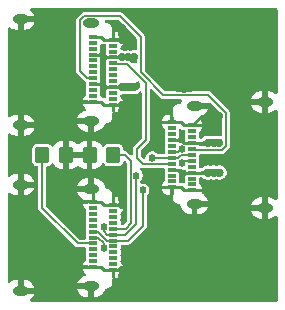
<source format=gbr>
%TF.GenerationSoftware,KiCad,Pcbnew,9.0.2*%
%TF.CreationDate,2025-05-31T16:15:56-04:00*%
%TF.ProjectId,pd-buddy-wye,70642d62-7564-4647-992d-7779652e6b69,v1.1*%
%TF.SameCoordinates,Original*%
%TF.FileFunction,Copper,L1,Top*%
%TF.FilePolarity,Positive*%
%FSLAX46Y46*%
G04 Gerber Fmt 4.6, Leading zero omitted, Abs format (unit mm)*
G04 Created by KiCad (PCBNEW 9.0.2) date 2025-05-31 16:15:56*
%MOMM*%
%LPD*%
G01*
G04 APERTURE LIST*
G04 Aperture macros list*
%AMRoundRect*
0 Rectangle with rounded corners*
0 $1 Rounding radius*
0 $2 $3 $4 $5 $6 $7 $8 $9 X,Y pos of 4 corners*
0 Add a 4 corners polygon primitive as box body*
4,1,4,$2,$3,$4,$5,$6,$7,$8,$9,$2,$3,0*
0 Add four circle primitives for the rounded corners*
1,1,$1+$1,$2,$3*
1,1,$1+$1,$4,$5*
1,1,$1+$1,$6,$7*
1,1,$1+$1,$8,$9*
0 Add four rect primitives between the rounded corners*
20,1,$1+$1,$2,$3,$4,$5,0*
20,1,$1+$1,$4,$5,$6,$7,0*
20,1,$1+$1,$6,$7,$8,$9,0*
20,1,$1+$1,$8,$9,$2,$3,0*%
G04 Aperture macros list end*
%TA.AperFunction,ComponentPad*%
%ADD10C,0.800000*%
%TD*%
%TA.AperFunction,ComponentPad*%
%ADD11C,6.400000*%
%TD*%
%TA.AperFunction,SMDPad,CuDef*%
%ADD12R,0.700000X0.300000*%
%TD*%
%TA.AperFunction,HeatsinkPad*%
%ADD13O,1.400000X0.800000*%
%TD*%
%TA.AperFunction,SMDPad,CuDef*%
%ADD14RoundRect,0.250000X0.350000X0.450000X-0.350000X0.450000X-0.350000X-0.450000X0.350000X-0.450000X0*%
%TD*%
%TA.AperFunction,ViaPad*%
%ADD15C,0.700000*%
%TD*%
%TA.AperFunction,ViaPad*%
%ADD16C,0.625000*%
%TD*%
%TA.AperFunction,Conductor*%
%ADD17C,0.250000*%
%TD*%
%TA.AperFunction,Conductor*%
%ADD18C,0.200000*%
%TD*%
%TA.AperFunction,Conductor*%
%ADD19C,0.160000*%
%TD*%
G04 APERTURE END LIST*
D10*
%TO.P,MK2,1,1*%
%TO.N,GND*%
X117400000Y-121000000D03*
X116697056Y-122697056D03*
X116697056Y-119302944D03*
X115000000Y-123400000D03*
D11*
X115000000Y-121000000D03*
D10*
X115000000Y-118600000D03*
X113302944Y-122697056D03*
X113302944Y-119302944D03*
X112600000Y-121000000D03*
%TD*%
%TO.P,MK1,1,1*%
%TO.N,GND*%
X112600000Y-104000000D03*
X113302944Y-102302944D03*
X113302944Y-105697056D03*
X115000000Y-101600000D03*
D11*
X115000000Y-104000000D03*
D10*
X115000000Y-106400000D03*
X116697056Y-102302944D03*
X116697056Y-105697056D03*
X117400000Y-104000000D03*
%TD*%
D12*
%TO.P,U1,A1,GND*%
%TO.N,GND*%
X113980000Y-115250000D03*
%TO.P,U1,A2,TX1+*%
%TO.N,unconnected-(U1-TX1+-PadA2)*%
X113980000Y-114750000D03*
%TO.P,U1,A3,TX1-*%
%TO.N,unconnected-(U1-TX1--PadA3)*%
X113980000Y-114250000D03*
%TO.P,U1,A4,VBUS*%
%TO.N,VBUS*%
X113980000Y-113750000D03*
%TO.P,U1,A5,CC1*%
%TO.N,/CC1P*%
X113980000Y-113250000D03*
%TO.P,U1,A6,D+*%
%TO.N,/D+*%
X113980000Y-112750000D03*
%TO.P,U1,A7,D-*%
%TO.N,/D-*%
X113980000Y-112250000D03*
%TO.P,U1,A8,SBU1*%
%TO.N,unconnected-(U1-SBU1-PadA8)*%
X113980000Y-111750000D03*
%TO.P,U1,A9,VBUS*%
%TO.N,VBUS*%
X113980000Y-111250000D03*
%TO.P,U1,A10,RX2-*%
%TO.N,unconnected-(U1-RX2--PadA10)*%
X113980000Y-110750000D03*
%TO.P,U1,A11,RX2+*%
%TO.N,unconnected-(U1-RX2+-PadA11)*%
X113980000Y-110250000D03*
%TO.P,U1,A12,GND*%
%TO.N,GND*%
X113980000Y-109750000D03*
%TO.P,U1,B1,GND*%
X115680000Y-110000000D03*
%TO.P,U1,B2,TX2+*%
%TO.N,unconnected-(U1-TX2+-PadB2)*%
X115680000Y-110500000D03*
%TO.P,U1,B3,TX2-*%
%TO.N,unconnected-(U1-TX2--PadB3)*%
X115680000Y-111000000D03*
%TO.P,U1,B4,VBUS*%
%TO.N,VBUS*%
X115680000Y-111500000D03*
%TO.P,U1,B5,CC2*%
%TO.N,/CC2P*%
X115680000Y-112000000D03*
%TO.P,U1,B6,D+*%
%TO.N,/D+*%
X115680000Y-112500000D03*
%TO.P,U1,B7,D-*%
%TO.N,/D-*%
X115680000Y-113000000D03*
%TO.P,U1,B8,SBU2*%
%TO.N,unconnected-(U1-SBU2-PadB8)*%
X115680000Y-113500000D03*
%TO.P,U1,B9,VBUS*%
%TO.N,VBUS*%
X115680000Y-114000000D03*
%TO.P,U1,B10,RX1-*%
%TO.N,unconnected-(U1-RX1--PadB10)*%
X115680000Y-114500000D03*
%TO.P,U1,B11,RX1+*%
%TO.N,unconnected-(U1-RX1+-PadB11)*%
X115680000Y-115000000D03*
%TO.P,U1,B12,GND*%
%TO.N,GND*%
X115680000Y-115500000D03*
D13*
%TO.P,U1,S1,SHIELD*%
X121840000Y-116990000D03*
X115890000Y-116630000D03*
X115890000Y-108370000D03*
X121840000Y-108010000D03*
%TD*%
D14*
%TO.P,R1,1*%
%TO.N,/CC1D*%
X109000000Y-112500000D03*
%TO.P,R1,2*%
%TO.N,GND*%
X107000000Y-112500000D03*
%TD*%
%TO.P,R2,1*%
%TO.N,GND*%
X105000000Y-112500000D03*
%TO.P,R2,2*%
%TO.N,/CC2D*%
X103000000Y-112500000D03*
%TD*%
D12*
%TO.P,J1,A1,GND*%
%TO.N,GND*%
X109020000Y-102750000D03*
%TO.P,J1,A2,TX1+*%
%TO.N,unconnected-(J1-TX1+-PadA2)*%
X109020000Y-103250000D03*
%TO.P,J1,A3,TX1-*%
%TO.N,unconnected-(J1-TX1--PadA3)*%
X109020000Y-103750000D03*
%TO.P,J1,A4,VBUS*%
%TO.N,VBUS*%
X109020000Y-104250000D03*
%TO.P,J1,A5,CC1*%
%TO.N,/CC1P*%
X109020000Y-104750000D03*
%TO.P,J1,A6,D+*%
%TO.N,unconnected-(J1-D+-PadA6)*%
X109020000Y-105250000D03*
%TO.P,J1,A7,D-*%
%TO.N,unconnected-(J1-D--PadA7)*%
X109020000Y-105750000D03*
%TO.P,J1,A8,SBU1*%
%TO.N,unconnected-(J1-SBU1-PadA8)*%
X109020000Y-106250000D03*
%TO.P,J1,A9,VBUS*%
%TO.N,VBUS*%
X109020000Y-106750000D03*
%TO.P,J1,A10,RX2-*%
%TO.N,unconnected-(J1-RX2--PadA10)*%
X109020000Y-107250000D03*
%TO.P,J1,A11,RX2+*%
%TO.N,unconnected-(J1-RX2+-PadA11)*%
X109020000Y-107750000D03*
%TO.P,J1,A12,GND*%
%TO.N,GND*%
X109020000Y-108250000D03*
%TO.P,J1,B1,GND*%
X107320000Y-108000000D03*
%TO.P,J1,B2,TX2+*%
%TO.N,unconnected-(J1-TX2+-PadB2)*%
X107320000Y-107500000D03*
%TO.P,J1,B3,TX2-*%
%TO.N,unconnected-(J1-TX2--PadB3)*%
X107320000Y-107000000D03*
%TO.P,J1,B4,VBUS*%
%TO.N,VBUS*%
X107320000Y-106500000D03*
%TO.P,J1,B5,CC2*%
%TO.N,/CC2P*%
X107320000Y-106000000D03*
%TO.P,J1,B6,D+*%
%TO.N,unconnected-(J1-D+-PadB6)*%
X107320000Y-105500000D03*
%TO.P,J1,B7,D-*%
%TO.N,unconnected-(J1-D--PadB7)*%
X107320000Y-105000000D03*
%TO.P,J1,B8,SBU2*%
%TO.N,unconnected-(J1-SBU2-PadB8)*%
X107320000Y-104500000D03*
%TO.P,J1,B9,VBUS*%
%TO.N,VBUS*%
X107320000Y-104000000D03*
%TO.P,J1,B10,RX1-*%
%TO.N,unconnected-(J1-RX1--PadB10)*%
X107320000Y-103500000D03*
%TO.P,J1,B11,RX1+*%
%TO.N,unconnected-(J1-RX1+-PadB11)*%
X107320000Y-103000000D03*
%TO.P,J1,B12,GND*%
%TO.N,GND*%
X107320000Y-102500000D03*
D13*
%TO.P,J1,S1,SHIELD*%
X101160000Y-101010000D03*
X107110000Y-101370000D03*
X107110000Y-109630000D03*
X101160000Y-109990000D03*
%TD*%
D12*
%TO.P,J2,A1,GND*%
%TO.N,GND*%
X109020000Y-116750000D03*
%TO.P,J2,A2,TX1+*%
%TO.N,unconnected-(J2-TX1+-PadA2)*%
X109020000Y-117250000D03*
%TO.P,J2,A3,TX1-*%
%TO.N,unconnected-(J2-TX1--PadA3)*%
X109020000Y-117750000D03*
%TO.P,J2,A4,VBUS*%
%TO.N,unconnected-(J2-VBUS-PadA4)*%
X109020000Y-118250000D03*
%TO.P,J2,A5,CC1*%
%TO.N,/CC1D*%
X109020000Y-118750000D03*
%TO.P,J2,A6,D+*%
%TO.N,/D+*%
X109020000Y-119250000D03*
%TO.P,J2,A7,D-*%
%TO.N,/D-*%
X109020000Y-119750000D03*
%TO.P,J2,A8,SBU1*%
%TO.N,unconnected-(J2-SBU1-PadA8)*%
X109020000Y-120250000D03*
%TO.P,J2,A9,VBUS*%
%TO.N,unconnected-(J2-VBUS-PadA9)*%
X109020000Y-120750000D03*
%TO.P,J2,A10,RX2-*%
%TO.N,unconnected-(J2-RX2--PadA10)*%
X109020000Y-121250000D03*
%TO.P,J2,A11,RX2+*%
%TO.N,unconnected-(J2-RX2+-PadA11)*%
X109020000Y-121750000D03*
%TO.P,J2,A12,GND*%
%TO.N,GND*%
X109020000Y-122250000D03*
%TO.P,J2,B1,GND*%
X107320000Y-122000000D03*
%TO.P,J2,B2,TX2+*%
%TO.N,unconnected-(J2-TX2+-PadB2)*%
X107320000Y-121500000D03*
%TO.P,J2,B3,TX2-*%
%TO.N,unconnected-(J2-TX2--PadB3)*%
X107320000Y-121000000D03*
%TO.P,J2,B4,VBUS*%
%TO.N,unconnected-(J2-VBUS-PadB4)*%
X107320000Y-120500000D03*
%TO.P,J2,B5,CC2*%
%TO.N,/CC2D*%
X107320000Y-120000000D03*
%TO.P,J2,B6,D+*%
%TO.N,/D+*%
X107320000Y-119500000D03*
%TO.P,J2,B7,D-*%
%TO.N,/D-*%
X107320000Y-119000000D03*
%TO.P,J2,B8,SBU2*%
%TO.N,unconnected-(J2-SBU2-PadB8)*%
X107320000Y-118500000D03*
%TO.P,J2,B9,VBUS*%
%TO.N,unconnected-(J2-VBUS-PadB9)*%
X107320000Y-118000000D03*
%TO.P,J2,B10,RX1-*%
%TO.N,unconnected-(J2-RX1--PadB10)*%
X107320000Y-117500000D03*
%TO.P,J2,B11,RX1+*%
%TO.N,unconnected-(J2-RX1+-PadB11)*%
X107320000Y-117000000D03*
%TO.P,J2,B12,GND*%
%TO.N,GND*%
X107320000Y-116500000D03*
D13*
%TO.P,J2,S1,SHIELD*%
X101160000Y-115010000D03*
X107110000Y-115370000D03*
X107110000Y-123630000D03*
X101160000Y-123990000D03*
%TD*%
D15*
%TO.N,GND*%
X109750000Y-115750000D03*
X109750000Y-122750000D03*
X109750000Y-101750000D03*
X117500000Y-115850000D03*
X109750000Y-102250000D03*
X109750000Y-109250000D03*
X118000000Y-109200000D03*
X109750000Y-108250000D03*
X118000000Y-115850000D03*
X109750000Y-116250000D03*
X109750000Y-102750000D03*
X117000000Y-115850000D03*
X109750000Y-116750000D03*
X117500000Y-109200000D03*
X117000000Y-109200000D03*
X109750000Y-108750000D03*
X109750000Y-123250000D03*
X109750000Y-122250000D03*
%TO.N,VBUS*%
X110750000Y-104250000D03*
X117500000Y-111500000D03*
X109750000Y-106750000D03*
X110250000Y-106750000D03*
X110750000Y-106750000D03*
X117500000Y-114000000D03*
X117000000Y-111500000D03*
X118000000Y-111500000D03*
X109778165Y-104250000D03*
X118000000Y-114000000D03*
X110250000Y-104250000D03*
X117000000Y-114000000D03*
D16*
%TO.N,/D+*%
X108200000Y-118600000D03*
X112300000Y-112750000D03*
X110950000Y-114250000D03*
X108200000Y-120400000D03*
%TO.N,/D-*%
X111499000Y-115500000D03*
X114850000Y-112000000D03*
X114850000Y-113184000D03*
%TD*%
D17*
%TO.N,GND*%
X107320000Y-115580000D02*
X107110000Y-115370000D01*
X115680000Y-115500000D02*
X115031364Y-115500000D01*
X109750000Y-108750000D02*
X109750000Y-109250000D01*
X118000000Y-109200000D02*
X117500000Y-109200000D01*
X108250000Y-122250000D02*
X109020000Y-122250000D01*
X109750000Y-123250000D02*
X109750000Y-122750000D01*
X107320000Y-102500000D02*
X108000000Y-102500000D01*
X107000000Y-109740000D02*
X107110000Y-109630000D01*
X107320000Y-108000000D02*
X108000000Y-108000000D01*
X108000000Y-122000000D02*
X108250000Y-122250000D01*
X117000000Y-109200000D02*
X117500000Y-109200000D01*
X114781364Y-115250000D02*
X113980000Y-115250000D01*
X109020000Y-102750000D02*
X108250000Y-102750000D01*
X116650000Y-115500000D02*
X117000000Y-115850000D01*
X109750000Y-122750000D02*
X109750000Y-122250000D01*
X109020000Y-108250000D02*
X109750000Y-108250000D01*
X109750000Y-108250000D02*
X109750000Y-108750000D01*
X107320000Y-116500000D02*
X108000000Y-116500000D01*
X109750000Y-102750000D02*
X109750000Y-102250000D01*
X117500000Y-115850000D02*
X118000000Y-115850000D01*
X108000000Y-116500000D02*
X108250000Y-116750000D01*
X109750000Y-102250000D02*
X109750000Y-101750000D01*
X115000000Y-110000000D02*
X115680000Y-110000000D01*
X115680000Y-115500000D02*
X116650000Y-115500000D01*
X107320000Y-116500000D02*
X107320000Y-115580000D01*
X109020000Y-108250000D02*
X108250000Y-108250000D01*
X114750000Y-109750000D02*
X115000000Y-110000000D01*
X109750000Y-122250000D02*
X109020000Y-122250000D01*
X117000000Y-109200000D02*
X116480000Y-109200000D01*
X108000000Y-108000000D02*
X108250000Y-108250000D01*
X107320000Y-122000000D02*
X108000000Y-122000000D01*
X109020000Y-102750000D02*
X109750000Y-102750000D01*
X108000000Y-102500000D02*
X108250000Y-102750000D01*
X117000000Y-115850000D02*
X117500000Y-115850000D01*
X109020000Y-116750000D02*
X108250000Y-116750000D01*
X116480000Y-109200000D02*
X115680000Y-110000000D01*
X113980000Y-109750000D02*
X114750000Y-109750000D01*
X115031364Y-115500000D02*
X114781364Y-115250000D01*
X109800000Y-116750000D02*
X109020000Y-116750000D01*
%TO.N,VBUS*%
X109778165Y-104250000D02*
X110250000Y-104250000D01*
X107320000Y-106500000D02*
X108000000Y-106500000D01*
X109020000Y-106750000D02*
X108250000Y-106750000D01*
X113980000Y-113750000D02*
X114680000Y-113750000D01*
X107320000Y-104000000D02*
X108000000Y-104000000D01*
X117000000Y-111500000D02*
X117500000Y-111500000D01*
X109020000Y-106750000D02*
X109750000Y-106750000D01*
X114750000Y-111250000D02*
X113980000Y-111250000D01*
X118000000Y-114000000D02*
X117500000Y-114000000D01*
X115680000Y-111500000D02*
X117000000Y-111500000D01*
X115680000Y-114000000D02*
X117000000Y-114000000D01*
X109020000Y-104250000D02*
X108250000Y-104250000D01*
X109750000Y-106750000D02*
X110250000Y-106750000D01*
X108000000Y-104000000D02*
X108250000Y-104250000D01*
X109778165Y-104250000D02*
X109020000Y-104250000D01*
X114680000Y-113750000D02*
X114930000Y-114000000D01*
X110250000Y-104250000D02*
X110750000Y-104250000D01*
X114930000Y-114000000D02*
X115680000Y-114000000D01*
X110250000Y-106750000D02*
X110750000Y-106750000D01*
X115000000Y-111500000D02*
X114750000Y-111250000D01*
X115680000Y-111500000D02*
X115000000Y-111500000D01*
X108000000Y-106500000D02*
X108250000Y-106750000D01*
X117000000Y-114000000D02*
X117500000Y-114000000D01*
X117500000Y-111500000D02*
X118000000Y-111500000D01*
D18*
%TO.N,/D+*%
X110018104Y-119250000D02*
X109020000Y-119250000D01*
D19*
X108510000Y-119250000D02*
X108200000Y-118940000D01*
D18*
X110936500Y-118331604D02*
X110936500Y-114263500D01*
X107753612Y-119500000D02*
X107320000Y-119500000D01*
X114482000Y-112750000D02*
X113980000Y-112750000D01*
X113980000Y-112750000D02*
X112300000Y-112750000D01*
X115680000Y-112500000D02*
X114732000Y-112500000D01*
X110936500Y-114263500D02*
X110950000Y-114250000D01*
D19*
X108200000Y-118940000D02*
X108200000Y-118600000D01*
D18*
X108200000Y-120400000D02*
X108200000Y-119946388D01*
X110936500Y-118331604D02*
X110018104Y-119250000D01*
X108200000Y-119946388D02*
X107753612Y-119500000D01*
X114732000Y-112500000D02*
X114482000Y-112750000D01*
D19*
X109020000Y-119250000D02*
X108510000Y-119250000D01*
D18*
%TO.N,/D-*%
X111499000Y-116533000D02*
X111500000Y-116534000D01*
X114735611Y-112000000D02*
X114850000Y-112000000D01*
X111499000Y-115500000D02*
X111499000Y-116533000D01*
X110250000Y-119750000D02*
X109020000Y-119750000D01*
X113980000Y-112250000D02*
X114485611Y-112250000D01*
X108500000Y-119750000D02*
X109020000Y-119750000D01*
X115680000Y-113000000D02*
X115034000Y-113000000D01*
X111500000Y-118500000D02*
X110250000Y-119750000D01*
X115034000Y-113000000D02*
X114850000Y-113184000D01*
X107320000Y-119000000D02*
X107750000Y-119000000D01*
X111500000Y-116534000D02*
X111500000Y-118500000D01*
X114485611Y-112250000D02*
X114735611Y-112000000D01*
X107750000Y-119000000D02*
X108500000Y-119750000D01*
D19*
%TO.N,/CC1P*%
X111000000Y-112750000D02*
X111000000Y-112000000D01*
X111500000Y-113250000D02*
X111000000Y-112750000D01*
X113980000Y-113250000D02*
X111500000Y-113250000D01*
X111750000Y-111250000D02*
X111750000Y-106370820D01*
X111750000Y-106370820D02*
X110210180Y-104831000D01*
X111000000Y-112000000D02*
X111750000Y-111250000D01*
X110210180Y-104831000D02*
X109101000Y-104831000D01*
X109101000Y-104831000D02*
X109020000Y-104750000D01*
%TO.N,/CC2P*%
X111331000Y-105512000D02*
X113250000Y-107431000D01*
X118240659Y-112081000D02*
X115761000Y-112081000D01*
X117052659Y-107431000D02*
X118581000Y-108959341D01*
X115761000Y-112081000D02*
X115680000Y-112000000D01*
X118581000Y-111740659D02*
X118240659Y-112081000D01*
X118581000Y-108959341D02*
X118581000Y-111740659D01*
X113250000Y-107431000D02*
X117052659Y-107431000D01*
X106548631Y-100739000D02*
X109560659Y-100739000D01*
X106179000Y-101108631D02*
X106548631Y-100739000D01*
X107320000Y-106000000D02*
X106810000Y-106000000D01*
X111331000Y-102509341D02*
X111331000Y-105512000D01*
X109560659Y-100739000D02*
X111331000Y-102509341D01*
X106179000Y-105369000D02*
X106179000Y-101108631D01*
X106810000Y-106000000D02*
X106179000Y-105369000D01*
%TO.N,/CC1D*%
X110500000Y-113000000D02*
X110500000Y-118300000D01*
X109000000Y-112500000D02*
X110000000Y-112500000D01*
X110500000Y-118300000D02*
X110050000Y-118750000D01*
X110050000Y-118750000D02*
X109020000Y-118750000D01*
X110000000Y-112500000D02*
X110500000Y-113000000D01*
%TO.N,/CC2D*%
X107320000Y-120000000D02*
X106000000Y-120000000D01*
X103000000Y-117000000D02*
X103000000Y-112500000D01*
X106000000Y-120000000D02*
X103000000Y-117000000D01*
%TD*%
%TA.AperFunction,Conductor*%
%TO.N,VBUS*%
G36*
X109839605Y-103909292D02*
G01*
X109914825Y-103929448D01*
X109981989Y-103938290D01*
X109981997Y-103938290D01*
X110046168Y-103938290D01*
X110046175Y-103938290D01*
X110092689Y-103932166D01*
X110113332Y-103929449D01*
X110113333Y-103929448D01*
X110113338Y-103929448D01*
X110168254Y-103914733D01*
X110188559Y-103909293D01*
X110221169Y-103905000D01*
X110278829Y-103905000D01*
X110311439Y-103909292D01*
X110400743Y-103933222D01*
X110467907Y-103942064D01*
X110467915Y-103942064D01*
X110532085Y-103942064D01*
X110532093Y-103942064D01*
X110599257Y-103933222D01*
X110688560Y-103909292D01*
X110721171Y-103905000D01*
X110790508Y-103905000D01*
X110797775Y-103905422D01*
X110802704Y-103905568D01*
X110802706Y-103905569D01*
X110855630Y-103907144D01*
X110874250Y-103907699D01*
X110941745Y-103929719D01*
X110986621Y-103984735D01*
X110996500Y-104033643D01*
X110996500Y-104624000D01*
X110993908Y-104632825D01*
X110995218Y-104641932D01*
X110984062Y-104666357D01*
X110976498Y-104692121D01*
X110969544Y-104698145D01*
X110965724Y-104706512D01*
X110943138Y-104721026D01*
X110922842Y-104738614D01*
X110912155Y-104740938D01*
X110905998Y-104744896D01*
X110870500Y-104750000D01*
X110654425Y-104750000D01*
X110586304Y-104729998D01*
X110565334Y-104713099D01*
X110415568Y-104563333D01*
X110372923Y-104538712D01*
X110339293Y-104519296D01*
X110339290Y-104519295D01*
X110254221Y-104496500D01*
X110254218Y-104496500D01*
X109674276Y-104496500D01*
X109606155Y-104476498D01*
X109593152Y-104466910D01*
X109579455Y-104455385D01*
X109553484Y-104416516D01*
X109469301Y-104360266D01*
X109465520Y-104359513D01*
X109449946Y-104346409D01*
X109434017Y-104322396D01*
X109415540Y-104300286D01*
X109414649Y-104293198D01*
X109410701Y-104287245D01*
X109410283Y-104258430D01*
X109406693Y-104229843D01*
X109409775Y-104223400D01*
X109409672Y-104216256D01*
X109424897Y-104191792D01*
X109437334Y-104165799D01*
X109445455Y-104158761D01*
X109447187Y-104155980D01*
X109450455Y-104154429D01*
X109461068Y-104145234D01*
X109469298Y-104139734D01*
X109469301Y-104139734D01*
X109553484Y-104083484D01*
X109586787Y-104033643D01*
X109609734Y-103999302D01*
X109614483Y-103987837D01*
X109617331Y-103989016D01*
X109641277Y-103943236D01*
X109702971Y-103908102D01*
X109735800Y-103905462D01*
X109735800Y-103905000D01*
X109740300Y-103905000D01*
X109806995Y-103905000D01*
X109839605Y-103909292D01*
G37*
%TD.AperFunction*%
%TA.AperFunction,Conductor*%
G36*
X108486516Y-104083484D02*
G01*
X108570699Y-104139734D01*
X108578932Y-104145235D01*
X108624459Y-104199713D01*
X108633306Y-104270156D01*
X108602665Y-104334200D01*
X108578932Y-104354765D01*
X108486514Y-104416517D01*
X108465791Y-104447530D01*
X108461697Y-104046340D01*
X108486516Y-104083484D01*
G37*
%TD.AperFunction*%
%TA.AperFunction,Conductor*%
G36*
X107812645Y-104139227D02*
G01*
X107761067Y-104104763D01*
X107715540Y-104050286D01*
X107706693Y-103979843D01*
X107737334Y-103915799D01*
X107761068Y-103895234D01*
X107769298Y-103889734D01*
X107769301Y-103889734D01*
X107809823Y-103862657D01*
X107812645Y-104139227D01*
G37*
%TD.AperFunction*%
%TD*%
%TA.AperFunction,Conductor*%
%TO.N,VBUS*%
G36*
X111157971Y-106264217D02*
G01*
X111196776Y-106290651D01*
X111213095Y-106306970D01*
X111247121Y-106369282D01*
X111250000Y-106396065D01*
X111250000Y-106763050D01*
X111229998Y-106831171D01*
X111176342Y-106877664D01*
X111161652Y-106883293D01*
X111140777Y-106889829D01*
X111079451Y-106923315D01*
X111020329Y-106967575D01*
X111020323Y-106967580D01*
X110973564Y-107014338D01*
X110947470Y-107034360D01*
X110897528Y-107063194D01*
X110867141Y-107075781D01*
X110831459Y-107085342D01*
X110811442Y-107090706D01*
X110778831Y-107095000D01*
X110721171Y-107095000D01*
X110688560Y-107090707D01*
X110599253Y-107066777D01*
X110599250Y-107066776D01*
X110599248Y-107066776D01*
X110599244Y-107066775D01*
X110532093Y-107057935D01*
X110532089Y-107057935D01*
X110467911Y-107057935D01*
X110467906Y-107057935D01*
X110400755Y-107066775D01*
X110400751Y-107066776D01*
X110400747Y-107066776D01*
X110400747Y-107066777D01*
X110311444Y-107090706D01*
X110311440Y-107090707D01*
X110278829Y-107095000D01*
X110221171Y-107095000D01*
X110188560Y-107090707D01*
X110099253Y-107066777D01*
X110099250Y-107066776D01*
X110099248Y-107066776D01*
X110099244Y-107066775D01*
X110032093Y-107057935D01*
X110032089Y-107057935D01*
X109967911Y-107057935D01*
X109967906Y-107057935D01*
X109900755Y-107066775D01*
X109900751Y-107066776D01*
X109900747Y-107066776D01*
X109900747Y-107066777D01*
X109811444Y-107090706D01*
X109811440Y-107090707D01*
X109779560Y-107094998D01*
X109779215Y-107095000D01*
X109740301Y-107095000D01*
X109735980Y-107095250D01*
X109732682Y-107095270D01*
X109701582Y-107086333D01*
X109670062Y-107079025D01*
X109667700Y-107076598D01*
X109664446Y-107075663D01*
X109643116Y-107051334D01*
X109620550Y-107028143D01*
X109619028Y-107023858D01*
X109617643Y-107022278D01*
X109617042Y-107018266D01*
X109614824Y-107012022D01*
X109614483Y-107012164D01*
X109609734Y-107000699D01*
X109558027Y-106923315D01*
X109553484Y-106916516D01*
X109553483Y-106916515D01*
X109461067Y-106854763D01*
X109415540Y-106800286D01*
X109406693Y-106729843D01*
X109437334Y-106665799D01*
X109461068Y-106645234D01*
X109469298Y-106639734D01*
X109469301Y-106639734D01*
X109553484Y-106583484D01*
X109581609Y-106541392D01*
X109609734Y-106499302D01*
X109614483Y-106487837D01*
X109617331Y-106489016D01*
X109623490Y-106477242D01*
X109637215Y-106447652D01*
X109639837Y-106445988D01*
X109641277Y-106443236D01*
X109669624Y-106427092D01*
X109697166Y-106409621D01*
X109701008Y-106409219D01*
X109702971Y-106408102D01*
X109732694Y-106404726D01*
X109738637Y-106404760D01*
X109740300Y-106405000D01*
X109779231Y-106405000D01*
X109779571Y-106405002D01*
X109780139Y-106405172D01*
X109811439Y-106409292D01*
X109900743Y-106433222D01*
X109967907Y-106442064D01*
X109967915Y-106442064D01*
X110032085Y-106442064D01*
X110032093Y-106442064D01*
X110099257Y-106433222D01*
X110188560Y-106409292D01*
X110221171Y-106405000D01*
X110278829Y-106405000D01*
X110311439Y-106409292D01*
X110400743Y-106433222D01*
X110467907Y-106442064D01*
X110467915Y-106442064D01*
X110532085Y-106442064D01*
X110532093Y-106442064D01*
X110599257Y-106433222D01*
X110688560Y-106409292D01*
X110721171Y-106405000D01*
X110752265Y-106405000D01*
X110753105Y-106404985D01*
X110761527Y-106404835D01*
X110770373Y-106404519D01*
X110851796Y-106388322D01*
X110917260Y-106363905D01*
X110958985Y-106343942D01*
X111023484Y-106286008D01*
X111087528Y-106255368D01*
X111157971Y-106264217D01*
G37*
%TD.AperFunction*%
%TA.AperFunction,Conductor*%
G36*
X108568833Y-106638487D02*
G01*
X108578932Y-106645235D01*
X108624459Y-106699713D01*
X108633306Y-106770156D01*
X108602665Y-106834200D01*
X108578932Y-106854765D01*
X108490954Y-106913549D01*
X108487593Y-106584204D01*
X108568833Y-106638487D01*
G37*
%TD.AperFunction*%
%TA.AperFunction,Conductor*%
G36*
X107838330Y-106656390D02*
G01*
X107761067Y-106604763D01*
X107715540Y-106550286D01*
X107706693Y-106479843D01*
X107737334Y-106415799D01*
X107761068Y-106395234D01*
X107769298Y-106389734D01*
X107769301Y-106389734D01*
X107835160Y-106345727D01*
X107838330Y-106656390D01*
G37*
%TD.AperFunction*%
%TD*%
%TA.AperFunction,Conductor*%
%TO.N,GND*%
G36*
X112289703Y-106944204D02*
G01*
X112296181Y-106950236D01*
X113044612Y-107698667D01*
X113093776Y-107727051D01*
X113093777Y-107727051D01*
X113120888Y-107742704D01*
X113205962Y-107765500D01*
X113205963Y-107765500D01*
X113294037Y-107765500D01*
X114680793Y-107765500D01*
X114712307Y-107774753D01*
X114744142Y-107782903D01*
X114745674Y-107784551D01*
X114747832Y-107785185D01*
X114769335Y-107810001D01*
X114791716Y-107834074D01*
X114792114Y-107836289D01*
X114793587Y-107837989D01*
X114798262Y-107870506D01*
X114804073Y-107902842D01*
X114803280Y-107905407D01*
X114803531Y-107907147D01*
X114795320Y-107937034D01*
X114728498Y-108098034D01*
X114706709Y-108125033D01*
X114684691Y-108152356D01*
X114684647Y-108152370D01*
X114684619Y-108152406D01*
X114651624Y-108163361D01*
X114618397Y-108174421D01*
X114618313Y-108174422D01*
X114618309Y-108174424D01*
X114618303Y-108174422D01*
X114613971Y-108174500D01*
X114564234Y-108174500D01*
X114417863Y-108213719D01*
X114286635Y-108289485D01*
X114286632Y-108289487D01*
X114179487Y-108396632D01*
X114179485Y-108396635D01*
X114103719Y-108527863D01*
X114064500Y-108674234D01*
X114064500Y-109125766D01*
X114095861Y-109242809D01*
X114103719Y-109272136D01*
X114113387Y-109288880D01*
X114130000Y-109350881D01*
X114130000Y-109626000D01*
X114110315Y-109693039D01*
X114057511Y-109738794D01*
X114006000Y-109750000D01*
X113954000Y-109750000D01*
X113886961Y-109730315D01*
X113841206Y-109677511D01*
X113830000Y-109626000D01*
X113830000Y-109197781D01*
X113821610Y-109100000D01*
X113582155Y-109100000D01*
X113522627Y-109106401D01*
X113522620Y-109106403D01*
X113387913Y-109156645D01*
X113387906Y-109156649D01*
X113272812Y-109242809D01*
X113272809Y-109242812D01*
X113186649Y-109357906D01*
X113186645Y-109357913D01*
X113136403Y-109492620D01*
X113136401Y-109492627D01*
X113130000Y-109552155D01*
X113130000Y-109600000D01*
X113580158Y-109600000D01*
X113647197Y-109619685D01*
X113692952Y-109672489D01*
X113702896Y-109741647D01*
X113673871Y-109805203D01*
X113621626Y-109840861D01*
X113608550Y-109845500D01*
X113604934Y-109845501D01*
X113530699Y-109860266D01*
X113489654Y-109887691D01*
X113475086Y-109892861D01*
X113455013Y-109893973D01*
X113435831Y-109899980D01*
X113433618Y-109900000D01*
X113130000Y-109900000D01*
X113130000Y-109947844D01*
X113136401Y-110007372D01*
X113136403Y-110007379D01*
X113186645Y-110142086D01*
X113186649Y-110142093D01*
X113272809Y-110257186D01*
X113325811Y-110296864D01*
X113345037Y-110322547D01*
X113365462Y-110347258D01*
X113366190Y-110350805D01*
X113367682Y-110352798D01*
X113374615Y-110381344D01*
X113375500Y-110388720D01*
X113375501Y-110425066D01*
X113386520Y-110480468D01*
X113387090Y-110485212D01*
X113385593Y-110494143D01*
X113385593Y-110524188D01*
X113375500Y-110574932D01*
X113375500Y-110925065D01*
X113375501Y-110925068D01*
X113385593Y-110975812D01*
X113385593Y-111024188D01*
X113375500Y-111074932D01*
X113375500Y-111425065D01*
X113375501Y-111425068D01*
X113385593Y-111475812D01*
X113385593Y-111524188D01*
X113375500Y-111574932D01*
X113375500Y-111925065D01*
X113375501Y-111925068D01*
X113385593Y-111975812D01*
X113385593Y-112024188D01*
X113375500Y-112074932D01*
X113375500Y-112074933D01*
X113375500Y-112232333D01*
X113375501Y-112271499D01*
X113355817Y-112338539D01*
X113303013Y-112384294D01*
X113251501Y-112395500D01*
X112798721Y-112395500D01*
X112731682Y-112375815D01*
X112711040Y-112359181D01*
X112648148Y-112296289D01*
X112648142Y-112296284D01*
X112518856Y-112221641D01*
X112518855Y-112221640D01*
X112518854Y-112221640D01*
X112374647Y-112183000D01*
X112225353Y-112183000D01*
X112081146Y-112221640D01*
X112081145Y-112221640D01*
X112081143Y-112221641D01*
X112081142Y-112221641D01*
X111951857Y-112296284D01*
X111951851Y-112296289D01*
X111846289Y-112401851D01*
X111846284Y-112401857D01*
X111771641Y-112531142D01*
X111771641Y-112531143D01*
X111771640Y-112531145D01*
X111771640Y-112531146D01*
X111756824Y-112586441D01*
X111733000Y-112675353D01*
X111733000Y-112710583D01*
X111726761Y-112731828D01*
X111725182Y-112753917D01*
X111717109Y-112764700D01*
X111713315Y-112777622D01*
X111696581Y-112792121D01*
X111683310Y-112809850D01*
X111670689Y-112814557D01*
X111660511Y-112823377D01*
X111638593Y-112826528D01*
X111617846Y-112834267D01*
X111604685Y-112831404D01*
X111591353Y-112833321D01*
X111571209Y-112824121D01*
X111549573Y-112819415D01*
X111531847Y-112806146D01*
X111527797Y-112804296D01*
X111521319Y-112798264D01*
X111370819Y-112647764D01*
X111337334Y-112586441D01*
X111334500Y-112560083D01*
X111334500Y-112189917D01*
X111354185Y-112122878D01*
X111370819Y-112102236D01*
X111693875Y-111779180D01*
X112017667Y-111455388D01*
X112061704Y-111379112D01*
X112070710Y-111345501D01*
X112084500Y-111294038D01*
X112084500Y-107037917D01*
X112104185Y-106970878D01*
X112156989Y-106925123D01*
X112226147Y-106915179D01*
X112289703Y-106944204D01*
G37*
%TD.AperFunction*%
%TA.AperFunction,Conductor*%
G36*
X117249619Y-108101015D02*
G01*
X118210181Y-109061576D01*
X118243666Y-109122899D01*
X118246500Y-109149257D01*
X118246500Y-110778625D01*
X118226815Y-110845664D01*
X118174011Y-110891419D01*
X118104853Y-110901363D01*
X118090409Y-110898400D01*
X118079588Y-110895500D01*
X118079584Y-110895500D01*
X117920416Y-110895500D01*
X117782093Y-110932564D01*
X117717907Y-110932564D01*
X117579584Y-110895500D01*
X117420416Y-110895500D01*
X117282093Y-110932564D01*
X117217907Y-110932564D01*
X117079584Y-110895500D01*
X116920416Y-110895500D01*
X116828169Y-110920217D01*
X116766670Y-110936696D01*
X116766669Y-110936697D01*
X116628831Y-111016277D01*
X116628826Y-111016281D01*
X116560927Y-111084181D01*
X116533999Y-111098884D01*
X116508181Y-111115477D01*
X116501980Y-111116368D01*
X116499604Y-111117666D01*
X116473246Y-111120500D01*
X116408500Y-111120500D01*
X116341461Y-111100815D01*
X116295706Y-111048011D01*
X116284500Y-110996501D01*
X116284499Y-110824935D01*
X116274406Y-110774189D01*
X116274310Y-110771693D01*
X116273730Y-110770498D01*
X116273881Y-110760522D01*
X116272909Y-110735213D01*
X116273477Y-110730483D01*
X116284500Y-110675067D01*
X116284499Y-110638705D01*
X116285384Y-110631344D01*
X116296347Y-110605779D01*
X116304182Y-110579095D01*
X116310873Y-110571907D01*
X116312922Y-110567131D01*
X116319393Y-110562755D01*
X116334189Y-110546864D01*
X116387187Y-110507190D01*
X116387190Y-110507186D01*
X116473352Y-110392088D01*
X116473354Y-110392086D01*
X116523596Y-110257379D01*
X116523598Y-110257372D01*
X116529999Y-110197844D01*
X116530000Y-110197827D01*
X116530000Y-110150000D01*
X116226382Y-110150000D01*
X116184912Y-110142860D01*
X116170343Y-110137690D01*
X116129301Y-110110266D01*
X116055067Y-110095500D01*
X116051454Y-110095500D01*
X116038379Y-110090860D01*
X116017065Y-110075430D01*
X115993747Y-110063233D01*
X115989209Y-110055264D01*
X115981783Y-110049888D01*
X115972193Y-110025383D01*
X115959173Y-110002517D01*
X115959663Y-109993362D01*
X115956322Y-109984823D01*
X115961503Y-109959021D01*
X115962912Y-109932747D01*
X115968274Y-109925310D01*
X115970080Y-109916321D01*
X115988386Y-109897419D01*
X116003778Y-109876075D01*
X116012310Y-109872717D01*
X116018689Y-109866132D01*
X116044310Y-109860127D01*
X116068796Y-109850494D01*
X116079849Y-109850000D01*
X116530000Y-109850000D01*
X116530000Y-109802172D01*
X116529999Y-109802155D01*
X116523598Y-109742627D01*
X116523596Y-109742620D01*
X116473354Y-109607913D01*
X116473350Y-109607906D01*
X116387191Y-109492813D01*
X116351846Y-109466354D01*
X116309975Y-109410420D01*
X116304991Y-109340728D01*
X116338476Y-109279405D01*
X116399799Y-109245921D01*
X116401966Y-109245469D01*
X116452521Y-109235413D01*
X116616307Y-109167571D01*
X116616316Y-109167566D01*
X116763716Y-109069076D01*
X116763720Y-109069073D01*
X116889073Y-108943720D01*
X116889076Y-108943716D01*
X116987566Y-108796316D01*
X116987571Y-108796306D01*
X117055412Y-108632523D01*
X117055415Y-108632516D01*
X117057904Y-108620000D01*
X116239728Y-108620000D01*
X116331614Y-108581940D01*
X116401940Y-108511614D01*
X116440000Y-108419728D01*
X116440000Y-108320272D01*
X116401940Y-108228386D01*
X116331614Y-108158060D01*
X116239728Y-108120000D01*
X117057904Y-108120000D01*
X117066085Y-108110031D01*
X117123831Y-108070697D01*
X117193675Y-108068826D01*
X117249619Y-108101015D01*
G37*
%TD.AperFunction*%
%TA.AperFunction,Conductor*%
G36*
X109437781Y-101093185D02*
G01*
X109458423Y-101109819D01*
X110960181Y-102611577D01*
X110993666Y-102672900D01*
X110996500Y-102699258D01*
X110996500Y-103528625D01*
X110976815Y-103595664D01*
X110924011Y-103641419D01*
X110854853Y-103651363D01*
X110840409Y-103648400D01*
X110829588Y-103645500D01*
X110829584Y-103645500D01*
X110670416Y-103645500D01*
X110532093Y-103682564D01*
X110467907Y-103682564D01*
X110329584Y-103645500D01*
X110170416Y-103645500D01*
X110046175Y-103678790D01*
X109981989Y-103678790D01*
X109911922Y-103660016D01*
X109857749Y-103645500D01*
X109740300Y-103645500D01*
X109709832Y-103636553D01*
X109678937Y-103629252D01*
X109676553Y-103626781D01*
X109673261Y-103625815D01*
X109652475Y-103601826D01*
X109630423Y-103578972D01*
X109628879Y-103574595D01*
X109627506Y-103573011D01*
X109618682Y-103545688D01*
X109614406Y-103524188D01*
X109614407Y-103475808D01*
X109624500Y-103425067D01*
X109624499Y-103396131D01*
X109644182Y-103329095D01*
X109674189Y-103296864D01*
X109727187Y-103257190D01*
X109727190Y-103257186D01*
X109813352Y-103142088D01*
X109813354Y-103142086D01*
X109863596Y-103007379D01*
X109863598Y-103007372D01*
X109869999Y-102947844D01*
X109870000Y-102947827D01*
X109870000Y-102900000D01*
X109566382Y-102900000D01*
X109524912Y-102892860D01*
X109510343Y-102887690D01*
X109469301Y-102860266D01*
X109395067Y-102845500D01*
X109391454Y-102845500D01*
X109378379Y-102840860D01*
X109357065Y-102825430D01*
X109333747Y-102813233D01*
X109329209Y-102805264D01*
X109321783Y-102799888D01*
X109312193Y-102775383D01*
X109299173Y-102752517D01*
X109299663Y-102743362D01*
X109296322Y-102734823D01*
X109301503Y-102709021D01*
X109302912Y-102682747D01*
X109308274Y-102675310D01*
X109310080Y-102666321D01*
X109328386Y-102647419D01*
X109343778Y-102626075D01*
X109352310Y-102622717D01*
X109358689Y-102616132D01*
X109384310Y-102610127D01*
X109408796Y-102600494D01*
X109419849Y-102600000D01*
X109870000Y-102600000D01*
X109870000Y-102552172D01*
X109869999Y-102552155D01*
X109863598Y-102492627D01*
X109863596Y-102492620D01*
X109813354Y-102357913D01*
X109813350Y-102357906D01*
X109727190Y-102242812D01*
X109727187Y-102242809D01*
X109612093Y-102156649D01*
X109612086Y-102156645D01*
X109477379Y-102106403D01*
X109477372Y-102106401D01*
X109417844Y-102100000D01*
X109170000Y-102100000D01*
X109170000Y-102626000D01*
X109167449Y-102634685D01*
X109168738Y-102643647D01*
X109157759Y-102667687D01*
X109150315Y-102693039D01*
X109143474Y-102698966D01*
X109139713Y-102707203D01*
X109117478Y-102721492D01*
X109097511Y-102738794D01*
X109086996Y-102741081D01*
X109080935Y-102744977D01*
X109046000Y-102750000D01*
X108994000Y-102750000D01*
X108926961Y-102730315D01*
X108881206Y-102677511D01*
X108870000Y-102626000D01*
X108870000Y-102200881D01*
X108886613Y-102138880D01*
X108896281Y-102122135D01*
X108935500Y-101975766D01*
X108935500Y-101824234D01*
X108896281Y-101677865D01*
X108820515Y-101546635D01*
X108713365Y-101439485D01*
X108647750Y-101401602D01*
X108582136Y-101363719D01*
X108508950Y-101344109D01*
X108435766Y-101324500D01*
X108420346Y-101324500D01*
X108389893Y-101315558D01*
X108358995Y-101308259D01*
X108356606Y-101305783D01*
X108353307Y-101304815D01*
X108332526Y-101280833D01*
X108310475Y-101257984D01*
X108308927Y-101253598D01*
X108307552Y-101252011D01*
X108298731Y-101224701D01*
X108298134Y-101221701D01*
X108304355Y-101152109D01*
X108347214Y-101096928D01*
X108413102Y-101073678D01*
X108419749Y-101073500D01*
X109370742Y-101073500D01*
X109437781Y-101093185D01*
G37*
%TD.AperFunction*%
%TA.AperFunction,Conductor*%
G36*
X106668386Y-101158060D02*
G01*
X106598060Y-101228386D01*
X106560000Y-101320272D01*
X106560000Y-101419728D01*
X106598060Y-101511614D01*
X106668386Y-101581940D01*
X106760272Y-101620000D01*
X106637500Y-101620000D01*
X106628814Y-101617449D01*
X106619853Y-101618738D01*
X106595812Y-101607759D01*
X106570461Y-101600315D01*
X106564533Y-101593474D01*
X106556297Y-101589713D01*
X106542007Y-101567478D01*
X106524706Y-101547511D01*
X106522418Y-101536996D01*
X106518523Y-101530935D01*
X106513500Y-101496000D01*
X106513500Y-101298548D01*
X106533185Y-101231509D01*
X106549819Y-101210867D01*
X106604367Y-101156319D01*
X106665690Y-101122834D01*
X106692048Y-101120000D01*
X106760272Y-101120000D01*
X106668386Y-101158060D01*
G37*
%TD.AperFunction*%
%TA.AperFunction,Conductor*%
G36*
X107303039Y-101093185D02*
G01*
X107326274Y-101120000D01*
X106860000Y-101120000D01*
X106870181Y-101109819D01*
X106931504Y-101076334D01*
X106957862Y-101073500D01*
X107236000Y-101073500D01*
X107303039Y-101093185D01*
G37*
%TD.AperFunction*%
%TA.AperFunction,Conductor*%
G36*
X122867539Y-100095185D02*
G01*
X122913294Y-100147989D01*
X122924500Y-100199500D01*
X122924500Y-107222344D01*
X122904815Y-107289383D01*
X122852011Y-107335138D01*
X122782853Y-107345082D01*
X122719297Y-107316057D01*
X122714282Y-107311387D01*
X122713716Y-107310923D01*
X122566316Y-107212433D01*
X122566307Y-107212428D01*
X122402520Y-107144586D01*
X122402512Y-107144584D01*
X122228646Y-107110000D01*
X122090000Y-107110000D01*
X122090000Y-107760000D01*
X121590000Y-107760000D01*
X121590000Y-107110000D01*
X121451353Y-107110000D01*
X121277487Y-107144584D01*
X121277479Y-107144586D01*
X121113692Y-107212428D01*
X121113683Y-107212433D01*
X120966283Y-107310923D01*
X120966279Y-107310926D01*
X120840926Y-107436279D01*
X120840923Y-107436283D01*
X120742433Y-107583683D01*
X120742428Y-107583693D01*
X120674587Y-107747476D01*
X120674584Y-107747483D01*
X120672096Y-107760000D01*
X121490272Y-107760000D01*
X121398386Y-107798060D01*
X121328060Y-107868386D01*
X121290000Y-107960272D01*
X121290000Y-108059728D01*
X121328060Y-108151614D01*
X121398386Y-108221940D01*
X121490272Y-108260000D01*
X120672096Y-108260000D01*
X120674584Y-108272516D01*
X120674587Y-108272523D01*
X120742428Y-108436306D01*
X120742433Y-108436316D01*
X120840923Y-108583716D01*
X120840926Y-108583720D01*
X120966279Y-108709073D01*
X120966283Y-108709076D01*
X121113683Y-108807566D01*
X121113692Y-108807571D01*
X121277479Y-108875413D01*
X121277487Y-108875415D01*
X121451353Y-108909999D01*
X121451357Y-108910000D01*
X121590000Y-108910000D01*
X121590000Y-108260000D01*
X122090000Y-108260000D01*
X122090000Y-108910000D01*
X122228643Y-108910000D01*
X122228646Y-108909999D01*
X122402512Y-108875415D01*
X122402520Y-108875413D01*
X122566307Y-108807571D01*
X122566316Y-108807566D01*
X122713716Y-108709076D01*
X122718427Y-108705211D01*
X122719391Y-108706386D01*
X122774142Y-108676490D01*
X122843834Y-108681474D01*
X122899767Y-108723346D01*
X122924184Y-108788810D01*
X122924500Y-108797656D01*
X122924500Y-116202344D01*
X122904815Y-116269383D01*
X122852011Y-116315138D01*
X122782853Y-116325082D01*
X122719297Y-116296057D01*
X122714282Y-116291387D01*
X122713716Y-116290923D01*
X122566316Y-116192433D01*
X122566307Y-116192428D01*
X122402520Y-116124586D01*
X122402512Y-116124584D01*
X122228646Y-116090000D01*
X122090000Y-116090000D01*
X122090000Y-116740000D01*
X121590000Y-116740000D01*
X121590000Y-116090000D01*
X121451353Y-116090000D01*
X121277487Y-116124584D01*
X121277479Y-116124586D01*
X121113692Y-116192428D01*
X121113683Y-116192433D01*
X120966283Y-116290923D01*
X120966279Y-116290926D01*
X120840926Y-116416279D01*
X120840923Y-116416283D01*
X120742435Y-116563681D01*
X120742428Y-116563693D01*
X120674587Y-116727476D01*
X120674584Y-116727483D01*
X120672096Y-116740000D01*
X121490272Y-116740000D01*
X121398386Y-116778060D01*
X121328060Y-116848386D01*
X121290000Y-116940272D01*
X121290000Y-117039728D01*
X121328060Y-117131614D01*
X121398386Y-117201940D01*
X121490272Y-117240000D01*
X120672096Y-117240000D01*
X120674584Y-117252516D01*
X120674587Y-117252523D01*
X120742428Y-117416306D01*
X120742433Y-117416316D01*
X120840923Y-117563716D01*
X120840926Y-117563720D01*
X120966279Y-117689073D01*
X120966283Y-117689076D01*
X121113683Y-117787566D01*
X121113692Y-117787571D01*
X121277479Y-117855413D01*
X121277487Y-117855415D01*
X121451353Y-117889999D01*
X121451357Y-117890000D01*
X121590000Y-117890000D01*
X121590000Y-117240000D01*
X122090000Y-117240000D01*
X122090000Y-117890000D01*
X122228643Y-117890000D01*
X122228646Y-117889999D01*
X122402512Y-117855415D01*
X122402520Y-117855413D01*
X122566307Y-117787571D01*
X122566316Y-117787566D01*
X122713716Y-117689076D01*
X122718427Y-117685211D01*
X122719391Y-117686386D01*
X122774142Y-117656490D01*
X122843834Y-117661474D01*
X122899767Y-117703346D01*
X122924184Y-117768810D01*
X122924500Y-117777656D01*
X122924500Y-124800500D01*
X122904815Y-124867539D01*
X122852011Y-124913294D01*
X122800500Y-124924500D01*
X102090154Y-124924500D01*
X102023115Y-124904815D01*
X101977360Y-124852011D01*
X101967416Y-124782853D01*
X101996441Y-124719297D01*
X102021263Y-124697398D01*
X102033716Y-124689076D01*
X102033720Y-124689073D01*
X102159073Y-124563720D01*
X102159076Y-124563716D01*
X102257566Y-124416316D01*
X102257571Y-124416306D01*
X102325412Y-124252523D01*
X102325415Y-124252516D01*
X102327904Y-124240000D01*
X101509728Y-124240000D01*
X101601614Y-124201940D01*
X101671940Y-124131614D01*
X101710000Y-124039728D01*
X101710000Y-123940272D01*
X101671940Y-123848386D01*
X101601614Y-123778060D01*
X101509728Y-123740000D01*
X102327904Y-123740000D01*
X102327904Y-123739999D01*
X102325415Y-123727483D01*
X102325412Y-123727476D01*
X102257571Y-123563693D01*
X102257566Y-123563683D01*
X102159076Y-123416283D01*
X102159073Y-123416279D01*
X102033720Y-123290926D01*
X102033716Y-123290923D01*
X101886316Y-123192433D01*
X101886307Y-123192428D01*
X101722520Y-123124586D01*
X101722512Y-123124584D01*
X101548646Y-123090000D01*
X101410000Y-123090000D01*
X101410000Y-123740000D01*
X100910000Y-123740000D01*
X100910000Y-123090000D01*
X100771353Y-123090000D01*
X100597487Y-123124584D01*
X100597479Y-123124586D01*
X100433692Y-123192428D01*
X100433683Y-123192433D01*
X100286283Y-123290923D01*
X100281573Y-123294789D01*
X100280608Y-123293613D01*
X100225858Y-123323510D01*
X100156166Y-123318526D01*
X100100233Y-123276654D01*
X100075816Y-123211190D01*
X100075500Y-123202344D01*
X100075500Y-115797656D01*
X100095185Y-115730617D01*
X100147989Y-115684862D01*
X100217147Y-115674918D01*
X100280703Y-115703943D01*
X100285717Y-115708612D01*
X100286283Y-115709076D01*
X100433683Y-115807566D01*
X100433692Y-115807571D01*
X100597479Y-115875413D01*
X100597487Y-115875415D01*
X100771353Y-115909999D01*
X100771357Y-115910000D01*
X100910000Y-115910000D01*
X100910000Y-115260000D01*
X101410000Y-115260000D01*
X101410000Y-115910000D01*
X101548643Y-115910000D01*
X101548646Y-115909999D01*
X101722512Y-115875415D01*
X101722520Y-115875413D01*
X101886307Y-115807571D01*
X101886316Y-115807566D01*
X102033716Y-115709076D01*
X102033720Y-115709073D01*
X102159073Y-115583720D01*
X102159076Y-115583716D01*
X102257566Y-115436316D01*
X102257571Y-115436306D01*
X102325412Y-115272523D01*
X102325415Y-115272516D01*
X102327904Y-115260000D01*
X101509728Y-115260000D01*
X101601614Y-115221940D01*
X101671940Y-115151614D01*
X101710000Y-115059728D01*
X101710000Y-114960272D01*
X101671940Y-114868386D01*
X101601614Y-114798060D01*
X101509728Y-114760000D01*
X102327904Y-114760000D01*
X102325415Y-114747483D01*
X102325412Y-114747476D01*
X102257571Y-114583693D01*
X102257566Y-114583683D01*
X102159076Y-114436283D01*
X102159073Y-114436279D01*
X102033720Y-114310926D01*
X102033716Y-114310923D01*
X101886316Y-114212433D01*
X101886307Y-114212428D01*
X101722520Y-114144586D01*
X101722512Y-114144584D01*
X101548646Y-114110000D01*
X101410000Y-114110000D01*
X101410000Y-114760000D01*
X100910000Y-114760000D01*
X100910000Y-114110000D01*
X100771353Y-114110000D01*
X100597487Y-114144584D01*
X100597479Y-114144586D01*
X100433692Y-114212428D01*
X100433683Y-114212433D01*
X100286283Y-114310923D01*
X100281573Y-114314789D01*
X100280608Y-114313613D01*
X100225858Y-114343510D01*
X100156166Y-114338526D01*
X100100233Y-114296654D01*
X100075816Y-114231190D01*
X100075500Y-114222344D01*
X100075500Y-112001728D01*
X102145500Y-112001728D01*
X102145500Y-112998251D01*
X102145501Y-112998257D01*
X102151960Y-113058344D01*
X102202655Y-113194261D01*
X102202656Y-113194264D01*
X102202658Y-113194267D01*
X102226269Y-113225808D01*
X102289595Y-113310404D01*
X102309007Y-113324935D01*
X102405733Y-113397342D01*
X102541658Y-113448040D01*
X102554755Y-113449448D01*
X102619305Y-113476184D01*
X102659154Y-113533576D01*
X102665500Y-113572737D01*
X102665500Y-117044040D01*
X102679289Y-117095498D01*
X102679289Y-117095500D01*
X102679290Y-117095500D01*
X102688296Y-117129112D01*
X102731367Y-117203716D01*
X102732333Y-117205388D01*
X105794613Y-120267667D01*
X105852154Y-120300888D01*
X105870888Y-120311704D01*
X105955962Y-120334500D01*
X105955963Y-120334500D01*
X106044037Y-120334500D01*
X106591500Y-120334500D01*
X106658539Y-120354185D01*
X106704294Y-120406989D01*
X106715500Y-120458499D01*
X106715500Y-120675065D01*
X106715501Y-120675068D01*
X106725593Y-120725812D01*
X106725593Y-120774188D01*
X106715500Y-120824932D01*
X106715500Y-121175065D01*
X106715501Y-121175068D01*
X106725593Y-121225812D01*
X106725688Y-121228304D01*
X106726269Y-121229501D01*
X106726118Y-121239480D01*
X106727090Y-121264786D01*
X106726520Y-121269530D01*
X106715500Y-121324933D01*
X106715500Y-121361284D01*
X106714615Y-121368654D01*
X106703651Y-121394219D01*
X106695815Y-121420906D01*
X106689124Y-121428092D01*
X106687077Y-121432867D01*
X106680607Y-121437240D01*
X106665812Y-121453133D01*
X106612814Y-121492807D01*
X106612808Y-121492814D01*
X106526649Y-121607906D01*
X106526645Y-121607913D01*
X106476403Y-121742620D01*
X106476401Y-121742627D01*
X106470000Y-121802155D01*
X106470000Y-121850000D01*
X106773618Y-121850000D01*
X106815088Y-121857140D01*
X106829656Y-121862309D01*
X106870699Y-121889734D01*
X106944933Y-121904500D01*
X106948545Y-121904499D01*
X106961621Y-121909140D01*
X106982934Y-121924569D01*
X107006253Y-121936767D01*
X107010790Y-121944735D01*
X107018217Y-121950112D01*
X107027806Y-121974616D01*
X107040827Y-121997483D01*
X107040336Y-122006637D01*
X107043678Y-122015177D01*
X107038496Y-122040978D01*
X107037088Y-122067253D01*
X107031725Y-122074689D01*
X107029920Y-122083679D01*
X107011613Y-122102580D01*
X106996222Y-122123925D01*
X106987689Y-122127282D01*
X106981311Y-122133868D01*
X106955689Y-122139872D01*
X106931204Y-122149506D01*
X106920151Y-122150000D01*
X106470000Y-122150000D01*
X106470000Y-122197844D01*
X106476401Y-122257372D01*
X106476403Y-122257379D01*
X106526645Y-122392086D01*
X106526649Y-122392093D01*
X106612808Y-122507186D01*
X106648153Y-122533645D01*
X106690024Y-122589579D01*
X106695008Y-122659270D01*
X106661523Y-122720593D01*
X106600200Y-122754078D01*
X106598035Y-122754529D01*
X106547484Y-122764584D01*
X106547479Y-122764586D01*
X106383692Y-122832428D01*
X106383683Y-122832433D01*
X106236283Y-122930923D01*
X106236279Y-122930926D01*
X106110926Y-123056279D01*
X106110923Y-123056283D01*
X106012433Y-123203683D01*
X106012428Y-123203693D01*
X105944587Y-123367476D01*
X105944584Y-123367483D01*
X105942096Y-123380000D01*
X106760272Y-123380000D01*
X106668386Y-123418060D01*
X106598060Y-123488386D01*
X106560000Y-123580272D01*
X106560000Y-123679728D01*
X106598060Y-123771614D01*
X106668386Y-123841940D01*
X106760272Y-123880000D01*
X105942096Y-123880000D01*
X105944584Y-123892516D01*
X105944587Y-123892523D01*
X106012428Y-124056306D01*
X106012433Y-124056316D01*
X106110923Y-124203716D01*
X106110926Y-124203720D01*
X106236279Y-124329073D01*
X106236283Y-124329076D01*
X106383683Y-124427566D01*
X106383692Y-124427571D01*
X106547479Y-124495413D01*
X106547487Y-124495415D01*
X106721353Y-124529999D01*
X106721357Y-124530000D01*
X106860000Y-124530000D01*
X106860000Y-123880000D01*
X107360000Y-123880000D01*
X107360000Y-124530000D01*
X107498643Y-124530000D01*
X107498646Y-124529999D01*
X107672512Y-124495415D01*
X107672520Y-124495413D01*
X107836307Y-124427571D01*
X107836316Y-124427566D01*
X107983716Y-124329076D01*
X107983720Y-124329073D01*
X108109073Y-124203720D01*
X108109076Y-124203716D01*
X108207566Y-124056316D01*
X108207571Y-124056307D01*
X108271468Y-123902047D01*
X108315309Y-123847644D01*
X108381603Y-123825579D01*
X108386029Y-123825500D01*
X108435764Y-123825500D01*
X108435766Y-123825500D01*
X108582135Y-123786281D01*
X108713365Y-123710515D01*
X108820515Y-123603365D01*
X108896281Y-123472135D01*
X108935500Y-123325766D01*
X108935500Y-122964862D01*
X108955185Y-122897823D01*
X108959948Y-122893695D01*
X108956196Y-122887857D01*
X108943854Y-122877827D01*
X108928185Y-122846202D01*
X108927118Y-122842951D01*
X108896281Y-122727865D01*
X108880190Y-122699994D01*
X108876185Y-122687794D01*
X108870000Y-122649119D01*
X108870000Y-122374000D01*
X108889685Y-122306961D01*
X108942489Y-122261206D01*
X108994000Y-122250000D01*
X109046000Y-122250000D01*
X109113039Y-122269685D01*
X109158794Y-122322489D01*
X109170000Y-122374000D01*
X109170000Y-122807527D01*
X109165518Y-122822788D01*
X109166021Y-122838687D01*
X109155876Y-122855625D01*
X109150315Y-122874566D01*
X109147234Y-122877234D01*
X109170000Y-122900000D01*
X109417828Y-122900000D01*
X109417844Y-122899999D01*
X109477372Y-122893598D01*
X109477379Y-122893596D01*
X109612086Y-122843354D01*
X109612093Y-122843350D01*
X109727187Y-122757190D01*
X109727190Y-122757187D01*
X109813350Y-122642093D01*
X109813354Y-122642086D01*
X109863596Y-122507379D01*
X109863598Y-122507372D01*
X109869999Y-122447844D01*
X109870000Y-122447827D01*
X109870000Y-122400000D01*
X109419842Y-122400000D01*
X109352803Y-122380315D01*
X109307048Y-122327511D01*
X109297104Y-122258353D01*
X109326129Y-122194797D01*
X109378374Y-122159139D01*
X109391449Y-122154499D01*
X109395066Y-122154499D01*
X109469301Y-122139734D01*
X109510345Y-122112308D01*
X109524914Y-122107139D01*
X109544986Y-122106026D01*
X109564169Y-122100020D01*
X109566382Y-122100000D01*
X109870000Y-122100000D01*
X109870000Y-122052172D01*
X109869999Y-122052155D01*
X109863598Y-121992627D01*
X109863596Y-121992620D01*
X109813354Y-121857913D01*
X109813350Y-121857906D01*
X109727191Y-121742814D01*
X109727182Y-121742805D01*
X109674188Y-121703133D01*
X109654973Y-121677464D01*
X109634537Y-121652740D01*
X109633808Y-121649190D01*
X109632317Y-121647199D01*
X109625384Y-121618654D01*
X109624499Y-121611286D01*
X109624499Y-121574934D01*
X109613477Y-121519520D01*
X109612909Y-121514787D01*
X109614406Y-121505853D01*
X109614407Y-121475808D01*
X109618917Y-121453133D01*
X109624500Y-121425067D01*
X109624499Y-121074934D01*
X109614406Y-121024188D01*
X109614407Y-120975808D01*
X109616159Y-120966999D01*
X109624500Y-120925067D01*
X109624499Y-120574934D01*
X109614406Y-120524188D01*
X109614407Y-120475808D01*
X109617850Y-120458499D01*
X109624500Y-120425067D01*
X109624499Y-120228499D01*
X109644183Y-120161461D01*
X109696987Y-120115706D01*
X109748499Y-120104500D01*
X110296669Y-120104500D01*
X110296671Y-120104500D01*
X110386832Y-120080341D01*
X110467668Y-120033671D01*
X111783671Y-118717668D01*
X111808266Y-118675068D01*
X111808510Y-118674646D01*
X111816796Y-118660291D01*
X111830341Y-118636832D01*
X111854500Y-118546671D01*
X111854500Y-116487329D01*
X111854500Y-116486863D01*
X111853500Y-116471607D01*
X111853500Y-115998721D01*
X111873185Y-115931682D01*
X111889819Y-115911040D01*
X111907263Y-115893596D01*
X111952713Y-115848146D01*
X112027360Y-115718854D01*
X112066000Y-115574647D01*
X112066000Y-115425353D01*
X112027360Y-115281146D01*
X112025836Y-115278507D01*
X111952715Y-115151857D01*
X111952710Y-115151851D01*
X111847148Y-115046289D01*
X111847142Y-115046284D01*
X111717856Y-114971641D01*
X111717855Y-114971640D01*
X111717854Y-114971640D01*
X111573647Y-114933000D01*
X111424353Y-114933000D01*
X111416226Y-114933000D01*
X111416226Y-114929773D01*
X111414265Y-114929467D01*
X111397353Y-114931899D01*
X111380459Y-114924184D01*
X111362113Y-114921317D01*
X111349339Y-114909971D01*
X111333797Y-114902874D01*
X111323756Y-114887250D01*
X111309873Y-114874920D01*
X111305064Y-114858164D01*
X111296023Y-114844096D01*
X111291000Y-114809161D01*
X111291000Y-114762221D01*
X111310685Y-114695182D01*
X111327319Y-114674540D01*
X111357640Y-114644219D01*
X111403713Y-114598146D01*
X111478360Y-114468854D01*
X111517000Y-114324647D01*
X111517000Y-114175353D01*
X111478360Y-114031146D01*
X111460781Y-114000699D01*
X111403715Y-113901857D01*
X111403710Y-113901851D01*
X111298148Y-113796289D01*
X111298146Y-113796287D01*
X111298143Y-113796285D01*
X111298139Y-113796282D01*
X111292648Y-113793112D01*
X111244434Y-113742544D01*
X111231213Y-113673936D01*
X111257183Y-113609072D01*
X111314098Y-113568546D01*
X111383889Y-113565223D01*
X111386727Y-113565948D01*
X111455962Y-113584500D01*
X111455963Y-113584500D01*
X111544037Y-113584500D01*
X113251500Y-113584500D01*
X113318539Y-113604185D01*
X113364294Y-113656989D01*
X113375500Y-113708499D01*
X113375500Y-113925065D01*
X113375501Y-113925068D01*
X113385593Y-113975812D01*
X113385593Y-114024188D01*
X113375500Y-114074932D01*
X113375500Y-114425065D01*
X113375501Y-114425068D01*
X113385593Y-114475812D01*
X113385688Y-114478304D01*
X113386269Y-114479501D01*
X113386118Y-114489480D01*
X113387090Y-114514786D01*
X113386520Y-114519530D01*
X113375500Y-114574933D01*
X113375500Y-114611284D01*
X113374615Y-114618654D01*
X113363651Y-114644219D01*
X113355815Y-114670906D01*
X113349124Y-114678092D01*
X113347077Y-114682867D01*
X113340607Y-114687240D01*
X113325812Y-114703133D01*
X113272814Y-114742807D01*
X113272808Y-114742814D01*
X113186649Y-114857906D01*
X113186645Y-114857913D01*
X113136403Y-114992620D01*
X113136401Y-114992627D01*
X113130000Y-115052155D01*
X113130000Y-115100000D01*
X113433618Y-115100000D01*
X113475088Y-115107140D01*
X113489656Y-115112309D01*
X113530699Y-115139734D01*
X113604933Y-115154500D01*
X113608545Y-115154499D01*
X113621621Y-115159140D01*
X113642934Y-115174569D01*
X113666253Y-115186767D01*
X113670790Y-115194735D01*
X113678217Y-115200112D01*
X113687806Y-115224616D01*
X113700827Y-115247483D01*
X113700336Y-115256637D01*
X113703678Y-115265177D01*
X113698496Y-115290978D01*
X113697088Y-115317253D01*
X113691725Y-115324689D01*
X113689920Y-115333679D01*
X113671613Y-115352580D01*
X113656222Y-115373925D01*
X113647689Y-115377282D01*
X113641311Y-115383868D01*
X113615689Y-115389872D01*
X113591204Y-115399506D01*
X113580151Y-115400000D01*
X113130000Y-115400000D01*
X113130000Y-115447844D01*
X113136401Y-115507372D01*
X113136403Y-115507379D01*
X113186645Y-115642086D01*
X113186649Y-115642093D01*
X113272809Y-115757187D01*
X113272812Y-115757190D01*
X113387906Y-115843350D01*
X113387913Y-115843354D01*
X113522620Y-115893596D01*
X113522627Y-115893598D01*
X113582155Y-115899999D01*
X113582172Y-115900000D01*
X113830000Y-115900000D01*
X113830000Y-115374000D01*
X113832550Y-115365314D01*
X113831262Y-115356353D01*
X113842240Y-115332312D01*
X113849685Y-115306961D01*
X113856525Y-115301033D01*
X113860287Y-115292797D01*
X113882521Y-115278507D01*
X113902489Y-115261206D01*
X113913003Y-115258918D01*
X113919065Y-115255023D01*
X113954000Y-115250000D01*
X114006000Y-115250000D01*
X114073039Y-115269685D01*
X114118794Y-115322489D01*
X114130000Y-115374000D01*
X114130000Y-115799119D01*
X114113388Y-115861118D01*
X114103719Y-115877864D01*
X114103719Y-115877865D01*
X114064500Y-116024234D01*
X114064500Y-116175766D01*
X114071980Y-116203683D01*
X114103719Y-116322136D01*
X114141602Y-116387750D01*
X114179485Y-116453365D01*
X114286635Y-116560515D01*
X114372806Y-116610266D01*
X114415100Y-116634685D01*
X114417865Y-116636281D01*
X114564234Y-116675500D01*
X114564236Y-116675500D01*
X114579654Y-116675500D01*
X114646693Y-116695185D01*
X114692448Y-116747989D01*
X114701271Y-116775309D01*
X114724584Y-116892512D01*
X114724586Y-116892520D01*
X114792428Y-117056307D01*
X114792433Y-117056316D01*
X114890923Y-117203716D01*
X114890926Y-117203720D01*
X115016279Y-117329073D01*
X115016283Y-117329076D01*
X115163683Y-117427566D01*
X115163692Y-117427571D01*
X115327479Y-117495413D01*
X115327487Y-117495415D01*
X115501353Y-117529999D01*
X115501357Y-117530000D01*
X115640000Y-117530000D01*
X115640000Y-116880000D01*
X116140000Y-116880000D01*
X116140000Y-117530000D01*
X116278643Y-117530000D01*
X116278646Y-117529999D01*
X116452512Y-117495415D01*
X116452520Y-117495413D01*
X116616307Y-117427571D01*
X116616316Y-117427566D01*
X116763716Y-117329076D01*
X116763720Y-117329073D01*
X116889073Y-117203720D01*
X116889076Y-117203716D01*
X116933136Y-117137777D01*
X116987566Y-117056316D01*
X116987571Y-117056306D01*
X117055412Y-116892523D01*
X117055415Y-116892516D01*
X117057904Y-116880000D01*
X116239728Y-116880000D01*
X116331614Y-116841940D01*
X116401940Y-116771614D01*
X116440000Y-116679728D01*
X116440000Y-116580272D01*
X116401940Y-116488386D01*
X116331614Y-116418060D01*
X116239728Y-116380000D01*
X117057904Y-116380000D01*
X117055415Y-116367483D01*
X117055412Y-116367476D01*
X116987571Y-116203693D01*
X116987566Y-116203683D01*
X116889076Y-116056283D01*
X116889073Y-116056279D01*
X116763720Y-115930926D01*
X116763716Y-115930923D01*
X116616316Y-115832433D01*
X116616304Y-115832427D01*
X116605583Y-115827986D01*
X116551180Y-115784144D01*
X116529117Y-115717849D01*
X116529749Y-115700169D01*
X116529999Y-115697841D01*
X116530000Y-115697827D01*
X116530000Y-115650000D01*
X116079842Y-115650000D01*
X116012803Y-115630315D01*
X115967048Y-115577511D01*
X115957104Y-115508353D01*
X115986129Y-115444797D01*
X116038374Y-115409139D01*
X116051449Y-115404499D01*
X116055066Y-115404499D01*
X116129301Y-115389734D01*
X116170345Y-115362308D01*
X116184914Y-115357139D01*
X116204986Y-115356026D01*
X116224169Y-115350020D01*
X116226382Y-115350000D01*
X116530000Y-115350000D01*
X116530000Y-115302172D01*
X116529999Y-115302155D01*
X116523598Y-115242627D01*
X116523596Y-115242620D01*
X116473354Y-115107913D01*
X116473350Y-115107906D01*
X116387191Y-114992814D01*
X116387182Y-114992805D01*
X116334188Y-114953133D01*
X116314973Y-114927464D01*
X116294537Y-114902740D01*
X116293808Y-114899190D01*
X116292317Y-114897199D01*
X116285384Y-114868654D01*
X116284499Y-114861286D01*
X116284499Y-114824934D01*
X116273477Y-114769520D01*
X116272909Y-114764787D01*
X116274406Y-114755853D01*
X116274407Y-114725808D01*
X116278917Y-114703133D01*
X116284500Y-114675067D01*
X116284499Y-114503499D01*
X116287049Y-114494814D01*
X116285761Y-114485853D01*
X116296738Y-114461815D01*
X116304183Y-114436461D01*
X116311025Y-114430532D01*
X116314786Y-114422297D01*
X116337017Y-114408010D01*
X116356987Y-114390706D01*
X116367502Y-114388418D01*
X116373564Y-114384523D01*
X116408499Y-114379500D01*
X116473246Y-114379500D01*
X116540285Y-114399185D01*
X116560927Y-114415819D01*
X116628828Y-114483720D01*
X116628829Y-114483721D01*
X116628831Y-114483722D01*
X116664969Y-114504586D01*
X116766672Y-114563304D01*
X116920416Y-114604500D01*
X116920419Y-114604500D01*
X117079581Y-114604500D01*
X117079584Y-114604500D01*
X117217911Y-114567435D01*
X117282089Y-114567435D01*
X117420416Y-114604500D01*
X117420419Y-114604500D01*
X117579581Y-114604500D01*
X117579584Y-114604500D01*
X117717911Y-114567435D01*
X117782089Y-114567435D01*
X117920416Y-114604500D01*
X117920419Y-114604500D01*
X118079581Y-114604500D01*
X118079584Y-114604500D01*
X118233328Y-114563304D01*
X118371172Y-114483720D01*
X118483720Y-114371172D01*
X118563304Y-114233328D01*
X118604500Y-114079584D01*
X118604500Y-113920416D01*
X118563304Y-113766672D01*
X118483720Y-113628828D01*
X118371172Y-113516280D01*
X118371171Y-113516279D01*
X118371168Y-113516277D01*
X118233330Y-113436697D01*
X118233329Y-113436696D01*
X118194892Y-113426397D01*
X118079584Y-113395500D01*
X117920416Y-113395500D01*
X117782093Y-113432564D01*
X117717907Y-113432564D01*
X117579584Y-113395500D01*
X117420416Y-113395500D01*
X117282093Y-113432564D01*
X117217907Y-113432564D01*
X117079584Y-113395500D01*
X116920416Y-113395500D01*
X116835158Y-113418345D01*
X116766670Y-113436696D01*
X116766669Y-113436697D01*
X116628831Y-113516277D01*
X116628826Y-113516281D01*
X116560927Y-113584181D01*
X116533999Y-113598884D01*
X116508181Y-113615477D01*
X116501980Y-113616368D01*
X116499604Y-113617666D01*
X116473246Y-113620500D01*
X116408500Y-113620500D01*
X116341461Y-113600815D01*
X116295706Y-113548011D01*
X116284500Y-113496501D01*
X116284499Y-113324935D01*
X116274406Y-113274189D01*
X116274407Y-113225808D01*
X116279424Y-113200586D01*
X116284500Y-113175067D01*
X116284499Y-112824934D01*
X116274405Y-112774188D01*
X116272241Y-112742664D01*
X116272744Y-112734165D01*
X116284500Y-112675067D01*
X116284499Y-112535817D01*
X116284716Y-112532164D01*
X116295334Y-112502598D01*
X116304183Y-112472461D01*
X116307049Y-112469976D01*
X116308332Y-112466407D01*
X116333244Y-112447279D01*
X116356987Y-112426706D01*
X116361245Y-112425779D01*
X116363751Y-112423856D01*
X116374059Y-112422992D01*
X116408499Y-112415500D01*
X118284695Y-112415500D01*
X118284696Y-112415500D01*
X118284697Y-112415500D01*
X118369771Y-112392704D01*
X118393050Y-112379264D01*
X118446047Y-112348667D01*
X118848667Y-111946047D01*
X118892704Y-111869771D01*
X118899207Y-111845501D01*
X118915500Y-111784697D01*
X118915500Y-108915303D01*
X118892704Y-108830229D01*
X118848666Y-108753953D01*
X118786388Y-108691675D01*
X118192747Y-108098034D01*
X117975727Y-107881013D01*
X117258046Y-107163332D01*
X117181771Y-107119296D01*
X117181766Y-107119294D01*
X117148071Y-107110265D01*
X117148071Y-107110266D01*
X117096697Y-107096500D01*
X117096696Y-107096500D01*
X113439917Y-107096500D01*
X113372878Y-107076815D01*
X113352236Y-107060181D01*
X111701819Y-105409764D01*
X111668334Y-105348441D01*
X111665500Y-105322083D01*
X111665500Y-102465304D01*
X111642703Y-102380227D01*
X111631323Y-102360517D01*
X111631321Y-102360514D01*
X111629820Y-102357913D01*
X111598667Y-102303953D01*
X109766047Y-100471333D01*
X109766046Y-100471332D01*
X109689771Y-100427296D01*
X109689772Y-100427296D01*
X109661413Y-100419697D01*
X109604697Y-100404500D01*
X106504593Y-100404500D01*
X106447877Y-100419697D01*
X106419518Y-100427296D01*
X106343243Y-100471332D01*
X105911332Y-100903243D01*
X105867296Y-100979518D01*
X105844500Y-101064594D01*
X105844500Y-105413040D01*
X105861320Y-105475808D01*
X105861320Y-105475814D01*
X105861322Y-105475814D01*
X105867296Y-105498112D01*
X105868790Y-105500699D01*
X105911330Y-105574384D01*
X105911332Y-105574387D01*
X105911333Y-105574388D01*
X106604613Y-106267667D01*
X106604614Y-106267668D01*
X106604616Y-106267669D01*
X106653500Y-106295892D01*
X106701715Y-106346458D01*
X106715500Y-106403279D01*
X106715500Y-106675065D01*
X106715501Y-106675068D01*
X106725593Y-106725812D01*
X106725593Y-106774188D01*
X106715500Y-106824932D01*
X106715500Y-107175065D01*
X106715501Y-107175068D01*
X106725593Y-107225812D01*
X106725688Y-107228304D01*
X106726269Y-107229501D01*
X106726118Y-107239480D01*
X106727090Y-107264786D01*
X106726520Y-107269530D01*
X106715500Y-107324933D01*
X106715500Y-107361284D01*
X106714615Y-107368654D01*
X106703651Y-107394219D01*
X106695815Y-107420906D01*
X106689124Y-107428092D01*
X106687077Y-107432867D01*
X106680607Y-107437240D01*
X106665812Y-107453133D01*
X106612814Y-107492807D01*
X106612808Y-107492814D01*
X106526649Y-107607906D01*
X106526645Y-107607913D01*
X106476403Y-107742620D01*
X106476401Y-107742627D01*
X106470000Y-107802155D01*
X106470000Y-107850000D01*
X106773618Y-107850000D01*
X106815088Y-107857140D01*
X106829656Y-107862309D01*
X106870699Y-107889734D01*
X106944933Y-107904500D01*
X106948545Y-107904499D01*
X106961621Y-107909140D01*
X106982934Y-107924569D01*
X107006253Y-107936767D01*
X107010790Y-107944735D01*
X107018217Y-107950112D01*
X107027806Y-107974616D01*
X107040827Y-107997483D01*
X107040336Y-108006637D01*
X107043678Y-108015177D01*
X107038496Y-108040978D01*
X107037088Y-108067253D01*
X107031725Y-108074689D01*
X107029920Y-108083679D01*
X107011613Y-108102580D01*
X106996222Y-108123925D01*
X106987689Y-108127282D01*
X106981311Y-108133868D01*
X106955689Y-108139872D01*
X106931204Y-108149506D01*
X106920151Y-108150000D01*
X106470000Y-108150000D01*
X106470000Y-108197844D01*
X106476401Y-108257372D01*
X106476403Y-108257379D01*
X106526645Y-108392086D01*
X106526649Y-108392093D01*
X106612808Y-108507186D01*
X106648153Y-108533645D01*
X106690024Y-108589579D01*
X106695008Y-108659270D01*
X106661523Y-108720593D01*
X106600200Y-108754078D01*
X106598035Y-108754529D01*
X106547484Y-108764584D01*
X106547479Y-108764586D01*
X106383692Y-108832428D01*
X106383683Y-108832433D01*
X106236283Y-108930923D01*
X106236279Y-108930926D01*
X106110926Y-109056279D01*
X106110923Y-109056283D01*
X106012433Y-109203683D01*
X106012428Y-109203693D01*
X105944587Y-109367476D01*
X105944584Y-109367483D01*
X105942096Y-109380000D01*
X106760272Y-109380000D01*
X106668386Y-109418060D01*
X106598060Y-109488386D01*
X106560000Y-109580272D01*
X106560000Y-109679728D01*
X106598060Y-109771614D01*
X106668386Y-109841940D01*
X106760272Y-109880000D01*
X105942096Y-109880000D01*
X105944584Y-109892516D01*
X105944587Y-109892523D01*
X106012428Y-110056306D01*
X106012433Y-110056316D01*
X106110923Y-110203716D01*
X106110926Y-110203720D01*
X106236279Y-110329073D01*
X106236283Y-110329076D01*
X106383683Y-110427566D01*
X106383692Y-110427571D01*
X106547479Y-110495413D01*
X106547487Y-110495415D01*
X106721353Y-110529999D01*
X106721357Y-110530000D01*
X106860000Y-110530000D01*
X106860000Y-109880000D01*
X107360000Y-109880000D01*
X107360000Y-110530000D01*
X107498643Y-110530000D01*
X107498646Y-110529999D01*
X107672512Y-110495415D01*
X107672520Y-110495413D01*
X107836307Y-110427571D01*
X107836316Y-110427566D01*
X107983716Y-110329076D01*
X107983720Y-110329073D01*
X108109073Y-110203720D01*
X108109076Y-110203716D01*
X108207566Y-110056316D01*
X108207571Y-110056307D01*
X108271468Y-109902047D01*
X108315309Y-109847644D01*
X108381603Y-109825579D01*
X108386029Y-109825500D01*
X108435764Y-109825500D01*
X108435766Y-109825500D01*
X108582135Y-109786281D01*
X108713365Y-109710515D01*
X108820515Y-109603365D01*
X108896281Y-109472135D01*
X108935500Y-109325766D01*
X108935500Y-108964862D01*
X108955185Y-108897823D01*
X108959948Y-108893695D01*
X108927023Y-108842462D01*
X108926225Y-108839620D01*
X108896281Y-108727865D01*
X108886611Y-108711117D01*
X108870000Y-108649119D01*
X108870000Y-108374000D01*
X108872550Y-108365314D01*
X108871262Y-108356353D01*
X108882240Y-108332312D01*
X108889685Y-108306961D01*
X108896525Y-108301033D01*
X108900287Y-108292797D01*
X108922521Y-108278507D01*
X108942489Y-108261206D01*
X108953003Y-108258918D01*
X108959065Y-108255023D01*
X108994000Y-108250000D01*
X109046000Y-108250000D01*
X109113039Y-108269685D01*
X109158794Y-108322489D01*
X109170000Y-108374000D01*
X109170000Y-108807527D01*
X109150315Y-108874566D01*
X109147234Y-108877234D01*
X109170000Y-108900000D01*
X109417828Y-108900000D01*
X109417844Y-108899999D01*
X109477372Y-108893598D01*
X109477379Y-108893596D01*
X109612086Y-108843354D01*
X109612093Y-108843350D01*
X109727187Y-108757190D01*
X109727190Y-108757187D01*
X109813350Y-108642093D01*
X109813354Y-108642086D01*
X109863596Y-108507379D01*
X109863598Y-108507372D01*
X109869999Y-108447844D01*
X109870000Y-108447827D01*
X109870000Y-108400000D01*
X109419842Y-108400000D01*
X109352803Y-108380315D01*
X109307048Y-108327511D01*
X109297104Y-108258353D01*
X109326129Y-108194797D01*
X109378374Y-108159139D01*
X109391449Y-108154499D01*
X109395066Y-108154499D01*
X109469301Y-108139734D01*
X109510345Y-108112308D01*
X109524914Y-108107139D01*
X109544986Y-108106026D01*
X109564169Y-108100020D01*
X109566382Y-108100000D01*
X109870000Y-108100000D01*
X109870000Y-108052172D01*
X109869999Y-108052155D01*
X109863598Y-107992627D01*
X109863596Y-107992620D01*
X109813354Y-107857913D01*
X109813350Y-107857906D01*
X109727191Y-107742814D01*
X109727182Y-107742805D01*
X109674188Y-107703133D01*
X109654973Y-107677464D01*
X109634537Y-107652740D01*
X109633808Y-107649190D01*
X109632317Y-107647199D01*
X109625384Y-107618654D01*
X109624499Y-107611286D01*
X109624499Y-107574934D01*
X109613477Y-107519520D01*
X109612909Y-107514787D01*
X109614406Y-107505853D01*
X109614407Y-107475807D01*
X109618684Y-107454307D01*
X109651070Y-107392396D01*
X109711786Y-107357823D01*
X109740301Y-107354500D01*
X109829581Y-107354500D01*
X109829584Y-107354500D01*
X109967911Y-107317435D01*
X110032089Y-107317435D01*
X110170416Y-107354500D01*
X110170419Y-107354500D01*
X110329581Y-107354500D01*
X110329584Y-107354500D01*
X110467911Y-107317435D01*
X110532089Y-107317435D01*
X110670416Y-107354500D01*
X110670419Y-107354500D01*
X110829581Y-107354500D01*
X110829584Y-107354500D01*
X110983328Y-107313304D01*
X111121172Y-107233720D01*
X111203819Y-107151073D01*
X111265142Y-107117588D01*
X111334834Y-107122572D01*
X111390767Y-107164444D01*
X111415184Y-107229908D01*
X111415500Y-107238754D01*
X111415500Y-111060083D01*
X111395815Y-111127122D01*
X111379181Y-111147764D01*
X110732334Y-111794610D01*
X110732332Y-111794612D01*
X110688946Y-111869763D01*
X110688942Y-111869769D01*
X110688296Y-111870887D01*
X110688294Y-111870891D01*
X110665500Y-111955961D01*
X110665500Y-112393083D01*
X110645815Y-112460122D01*
X110593011Y-112505877D01*
X110523853Y-112515821D01*
X110460297Y-112486796D01*
X110453819Y-112480764D01*
X110205387Y-112232332D01*
X110129112Y-112188296D01*
X110129107Y-112188294D01*
X110117097Y-112185076D01*
X110117092Y-112185075D01*
X110109347Y-112183000D01*
X110044038Y-112165500D01*
X109970271Y-112165500D01*
X109962111Y-112164412D01*
X109937402Y-112153432D01*
X109911460Y-112145815D01*
X109905950Y-112139456D01*
X109898261Y-112136040D01*
X109883407Y-112113441D01*
X109865705Y-112093011D01*
X109863589Y-112083288D01*
X109859886Y-112077653D01*
X109859763Y-112065699D01*
X109854499Y-112041500D01*
X109854499Y-112001748D01*
X109854499Y-112001745D01*
X109848040Y-111941658D01*
X109841852Y-111925068D01*
X109797344Y-111805738D01*
X109797343Y-111805737D01*
X109797342Y-111805733D01*
X109753707Y-111747443D01*
X109710404Y-111689595D01*
X109633126Y-111631747D01*
X109594267Y-111602658D01*
X109458342Y-111551960D01*
X109458338Y-111551959D01*
X109398263Y-111545500D01*
X108601748Y-111545500D01*
X108601742Y-111545501D01*
X108541655Y-111551960D01*
X108405738Y-111602655D01*
X108405730Y-111602660D01*
X108289594Y-111689596D01*
X108244582Y-111749727D01*
X108188649Y-111791599D01*
X108118957Y-111796583D01*
X108057634Y-111763099D01*
X108039006Y-111736496D01*
X108038149Y-111737025D01*
X107942315Y-111581654D01*
X107818345Y-111457684D01*
X107669124Y-111365643D01*
X107669119Y-111365641D01*
X107502697Y-111310494D01*
X107502690Y-111310493D01*
X107399986Y-111300000D01*
X107250000Y-111300000D01*
X107250000Y-113699999D01*
X107399972Y-113699999D01*
X107399986Y-113699998D01*
X107502697Y-113689505D01*
X107669119Y-113634358D01*
X107669124Y-113634356D01*
X107818345Y-113542315D01*
X107942315Y-113418345D01*
X108038149Y-113262975D01*
X108040021Y-113264129D01*
X108079095Y-113219744D01*
X108146287Y-113200586D01*
X108213170Y-113220795D01*
X108244583Y-113250273D01*
X108289595Y-113310404D01*
X108309007Y-113324935D01*
X108405733Y-113397342D01*
X108541658Y-113448040D01*
X108601745Y-113454500D01*
X109398254Y-113454499D01*
X109458342Y-113448040D01*
X109594267Y-113397342D01*
X109710404Y-113310404D01*
X109797342Y-113194267D01*
X109845063Y-113066321D01*
X109886933Y-113010392D01*
X109952397Y-112985975D01*
X110020670Y-113000827D01*
X110048924Y-113021978D01*
X110129181Y-113102235D01*
X110162666Y-113163558D01*
X110165500Y-113189916D01*
X110165500Y-118110083D01*
X110145815Y-118177122D01*
X110129181Y-118197764D01*
X109947764Y-118379181D01*
X109886441Y-118412666D01*
X109860083Y-118415500D01*
X109748500Y-118415500D01*
X109681461Y-118395815D01*
X109635706Y-118343011D01*
X109624500Y-118291501D01*
X109624499Y-118074935D01*
X109616158Y-118033000D01*
X109614406Y-118024188D01*
X109614407Y-117975808D01*
X109617335Y-117961086D01*
X109624500Y-117925067D01*
X109624499Y-117574934D01*
X109614405Y-117524188D01*
X109614310Y-117521693D01*
X109613730Y-117520498D01*
X109613881Y-117510522D01*
X109612909Y-117485213D01*
X109613477Y-117480483D01*
X109624500Y-117425067D01*
X109624499Y-117388705D01*
X109625384Y-117381344D01*
X109636347Y-117355779D01*
X109644182Y-117329095D01*
X109650873Y-117321907D01*
X109652922Y-117317131D01*
X109659393Y-117312755D01*
X109674189Y-117296864D01*
X109727187Y-117257190D01*
X109727190Y-117257186D01*
X109813352Y-117142088D01*
X109813354Y-117142086D01*
X109863596Y-117007379D01*
X109863598Y-117007372D01*
X109869999Y-116947844D01*
X109870000Y-116947827D01*
X109870000Y-116900000D01*
X109566382Y-116900000D01*
X109524912Y-116892860D01*
X109510343Y-116887690D01*
X109469301Y-116860266D01*
X109395067Y-116845500D01*
X109391454Y-116845500D01*
X109378379Y-116840860D01*
X109357065Y-116825430D01*
X109333747Y-116813233D01*
X109329209Y-116805264D01*
X109321783Y-116799888D01*
X109312193Y-116775383D01*
X109299173Y-116752517D01*
X109299663Y-116743362D01*
X109296322Y-116734823D01*
X109301503Y-116709021D01*
X109302912Y-116682747D01*
X109308274Y-116675310D01*
X109310080Y-116666321D01*
X109328386Y-116647419D01*
X109343778Y-116626075D01*
X109352310Y-116622717D01*
X109358689Y-116616132D01*
X109384310Y-116610127D01*
X109408796Y-116600494D01*
X109419849Y-116600000D01*
X109870000Y-116600000D01*
X109870000Y-116552172D01*
X109869999Y-116552155D01*
X109863598Y-116492627D01*
X109863596Y-116492620D01*
X109813354Y-116357913D01*
X109813350Y-116357906D01*
X109727190Y-116242812D01*
X109727187Y-116242809D01*
X109612093Y-116156649D01*
X109612086Y-116156645D01*
X109477379Y-116106403D01*
X109477372Y-116106401D01*
X109417844Y-116100000D01*
X109170000Y-116100000D01*
X109170000Y-116626000D01*
X109167449Y-116634685D01*
X109168738Y-116643647D01*
X109157759Y-116667687D01*
X109150315Y-116693039D01*
X109143474Y-116698966D01*
X109139713Y-116707203D01*
X109117478Y-116721492D01*
X109097511Y-116738794D01*
X109086996Y-116741081D01*
X109080935Y-116744977D01*
X109046000Y-116750000D01*
X108994000Y-116750000D01*
X108926961Y-116730315D01*
X108881206Y-116677511D01*
X108870000Y-116626000D01*
X108870000Y-116200881D01*
X108886613Y-116138880D01*
X108896281Y-116122135D01*
X108935500Y-115975766D01*
X108935500Y-115824234D01*
X108896281Y-115677865D01*
X108820515Y-115546635D01*
X108713365Y-115439485D01*
X108605627Y-115377282D01*
X108582136Y-115363719D01*
X108508950Y-115344109D01*
X108435766Y-115324500D01*
X108420346Y-115324500D01*
X108353307Y-115304815D01*
X108307552Y-115252011D01*
X108298729Y-115224691D01*
X108275415Y-115107487D01*
X108275413Y-115107479D01*
X108207571Y-114943692D01*
X108207566Y-114943683D01*
X108109076Y-114796283D01*
X108109073Y-114796279D01*
X107983720Y-114670926D01*
X107983716Y-114670923D01*
X107836316Y-114572433D01*
X107836307Y-114572428D01*
X107672520Y-114504586D01*
X107672512Y-114504584D01*
X107498646Y-114470000D01*
X107360000Y-114470000D01*
X107360000Y-115120000D01*
X106860000Y-115120000D01*
X106860000Y-114470000D01*
X106721353Y-114470000D01*
X106547487Y-114504584D01*
X106547479Y-114504586D01*
X106383692Y-114572428D01*
X106383683Y-114572433D01*
X106236283Y-114670923D01*
X106236279Y-114670926D01*
X106110926Y-114796279D01*
X106110923Y-114796283D01*
X106012433Y-114943683D01*
X106012428Y-114943693D01*
X105944587Y-115107476D01*
X105944584Y-115107483D01*
X105942096Y-115120000D01*
X106760272Y-115120000D01*
X106668386Y-115158060D01*
X106598060Y-115228386D01*
X106560000Y-115320272D01*
X106560000Y-115419728D01*
X106598060Y-115511614D01*
X106668386Y-115581940D01*
X106760272Y-115620000D01*
X105942096Y-115620000D01*
X105944584Y-115632516D01*
X105944587Y-115632523D01*
X106012428Y-115796306D01*
X106012433Y-115796316D01*
X106110923Y-115943716D01*
X106110926Y-115943720D01*
X106236279Y-116069073D01*
X106236283Y-116069076D01*
X106383683Y-116167566D01*
X106383688Y-116167568D01*
X106394411Y-116172010D01*
X106448816Y-116215850D01*
X106470883Y-116282143D01*
X106470252Y-116299828D01*
X106470000Y-116302171D01*
X106470000Y-116350000D01*
X106920158Y-116350000D01*
X106987197Y-116369685D01*
X107032952Y-116422489D01*
X107042896Y-116491647D01*
X107013871Y-116555203D01*
X106961626Y-116590861D01*
X106948550Y-116595500D01*
X106944934Y-116595501D01*
X106870699Y-116610266D01*
X106829654Y-116637691D01*
X106815086Y-116642861D01*
X106795013Y-116643973D01*
X106775831Y-116649980D01*
X106773618Y-116650000D01*
X106470000Y-116650000D01*
X106470000Y-116697844D01*
X106476401Y-116757372D01*
X106476403Y-116757379D01*
X106526645Y-116892086D01*
X106526649Y-116892093D01*
X106612809Y-117007186D01*
X106665811Y-117046864D01*
X106685037Y-117072547D01*
X106705462Y-117097258D01*
X106706190Y-117100805D01*
X106707682Y-117102798D01*
X106714615Y-117131344D01*
X106715500Y-117138720D01*
X106715501Y-117175066D01*
X106726520Y-117230468D01*
X106727090Y-117235212D01*
X106725593Y-117244143D01*
X106725593Y-117274188D01*
X106715500Y-117324932D01*
X106715500Y-117675065D01*
X106715501Y-117675068D01*
X106725593Y-117725812D01*
X106725593Y-117774188D01*
X106715500Y-117824932D01*
X106715500Y-118175065D01*
X106715501Y-118175068D01*
X106725593Y-118225812D01*
X106725593Y-118274188D01*
X106715500Y-118324932D01*
X106715500Y-118675065D01*
X106715501Y-118675068D01*
X106725593Y-118725812D01*
X106725593Y-118774188D01*
X106715500Y-118824932D01*
X106715500Y-119175065D01*
X106715501Y-119175068D01*
X106725593Y-119225812D01*
X106725593Y-119274188D01*
X106715500Y-119324932D01*
X106715501Y-119541499D01*
X106695817Y-119608539D01*
X106643013Y-119654294D01*
X106591501Y-119665500D01*
X106189916Y-119665500D01*
X106122877Y-119645815D01*
X106102235Y-119629181D01*
X103370819Y-116897764D01*
X103337334Y-116836441D01*
X103334500Y-116810083D01*
X103334500Y-113572737D01*
X103354185Y-113505698D01*
X103406989Y-113459943D01*
X103445249Y-113449447D01*
X103453486Y-113448561D01*
X103458343Y-113448040D01*
X103547308Y-113414857D01*
X103594267Y-113397342D01*
X103710404Y-113310404D01*
X103755417Y-113250271D01*
X103811348Y-113208401D01*
X103881040Y-113203415D01*
X103942363Y-113236899D01*
X103960994Y-113263503D01*
X103961851Y-113262975D01*
X104057684Y-113418345D01*
X104181654Y-113542315D01*
X104330875Y-113634356D01*
X104330880Y-113634358D01*
X104497302Y-113689505D01*
X104497309Y-113689506D01*
X104600019Y-113699999D01*
X104749999Y-113699999D01*
X105250000Y-113699999D01*
X105399972Y-113699999D01*
X105399986Y-113699998D01*
X105502697Y-113689505D01*
X105669119Y-113634358D01*
X105669124Y-113634356D01*
X105818345Y-113542315D01*
X105912319Y-113448342D01*
X105973642Y-113414857D01*
X106043334Y-113419841D01*
X106087681Y-113448342D01*
X106181654Y-113542315D01*
X106330875Y-113634356D01*
X106330880Y-113634358D01*
X106497302Y-113689505D01*
X106497309Y-113689506D01*
X106600019Y-113699999D01*
X106749999Y-113699999D01*
X106750000Y-113699998D01*
X106750000Y-112750000D01*
X105250000Y-112750000D01*
X105250000Y-113699999D01*
X104749999Y-113699999D01*
X104750000Y-113699998D01*
X104750000Y-112250000D01*
X105250000Y-112250000D01*
X106750000Y-112250000D01*
X106750000Y-111300000D01*
X106600027Y-111300000D01*
X106600012Y-111300001D01*
X106497302Y-111310494D01*
X106330880Y-111365641D01*
X106330875Y-111365643D01*
X106181654Y-111457684D01*
X106087681Y-111551658D01*
X106026358Y-111585143D01*
X105956666Y-111580159D01*
X105912319Y-111551658D01*
X105818345Y-111457684D01*
X105669124Y-111365643D01*
X105669119Y-111365641D01*
X105502697Y-111310494D01*
X105502690Y-111310493D01*
X105399986Y-111300000D01*
X105250000Y-111300000D01*
X105250000Y-112250000D01*
X104750000Y-112250000D01*
X104750000Y-111300000D01*
X104600027Y-111300000D01*
X104600012Y-111300001D01*
X104497302Y-111310494D01*
X104330880Y-111365641D01*
X104330875Y-111365643D01*
X104181654Y-111457684D01*
X104057684Y-111581654D01*
X103961851Y-111737025D01*
X103959984Y-111735873D01*
X103920868Y-111780277D01*
X103853670Y-111799413D01*
X103786793Y-111779180D01*
X103755416Y-111749726D01*
X103710404Y-111689595D01*
X103633126Y-111631747D01*
X103594267Y-111602658D01*
X103458342Y-111551960D01*
X103458338Y-111551959D01*
X103398263Y-111545500D01*
X102601748Y-111545500D01*
X102601742Y-111545501D01*
X102541655Y-111551960D01*
X102405738Y-111602655D01*
X102405730Y-111602660D01*
X102289595Y-111689595D01*
X102207389Y-111799413D01*
X102202658Y-111805733D01*
X102151960Y-111941658D01*
X102151959Y-111941662D01*
X102145500Y-112001728D01*
X100075500Y-112001728D01*
X100075500Y-110777656D01*
X100095185Y-110710617D01*
X100147989Y-110664862D01*
X100217147Y-110654918D01*
X100280703Y-110683943D01*
X100285717Y-110688612D01*
X100286283Y-110689076D01*
X100433683Y-110787566D01*
X100433692Y-110787571D01*
X100597479Y-110855413D01*
X100597487Y-110855415D01*
X100771353Y-110889999D01*
X100771357Y-110890000D01*
X100910000Y-110890000D01*
X100910000Y-110240000D01*
X101410000Y-110240000D01*
X101410000Y-110890000D01*
X101548643Y-110890000D01*
X101548646Y-110889999D01*
X101722512Y-110855415D01*
X101722520Y-110855413D01*
X101886307Y-110787571D01*
X101886316Y-110787566D01*
X102033716Y-110689076D01*
X102033720Y-110689073D01*
X102159073Y-110563720D01*
X102159076Y-110563716D01*
X102257566Y-110416316D01*
X102257571Y-110416306D01*
X102325412Y-110252523D01*
X102325415Y-110252516D01*
X102327904Y-110240000D01*
X101509728Y-110240000D01*
X101601614Y-110201940D01*
X101671940Y-110131614D01*
X101710000Y-110039728D01*
X101710000Y-109940272D01*
X101671940Y-109848386D01*
X101601614Y-109778060D01*
X101509728Y-109740000D01*
X102327904Y-109740000D01*
X102327904Y-109739999D01*
X102325415Y-109727483D01*
X102325412Y-109727476D01*
X102257571Y-109563693D01*
X102257565Y-109563681D01*
X102159076Y-109416283D01*
X102159073Y-109416279D01*
X102033720Y-109290926D01*
X102033716Y-109290923D01*
X101886316Y-109192433D01*
X101886307Y-109192428D01*
X101722520Y-109124586D01*
X101722512Y-109124584D01*
X101548646Y-109090000D01*
X101410000Y-109090000D01*
X101410000Y-109740000D01*
X100910000Y-109740000D01*
X100910000Y-109090000D01*
X100771353Y-109090000D01*
X100597487Y-109124584D01*
X100597479Y-109124586D01*
X100433692Y-109192428D01*
X100433683Y-109192433D01*
X100286283Y-109290923D01*
X100281573Y-109294789D01*
X100280608Y-109293613D01*
X100225858Y-109323510D01*
X100156166Y-109318526D01*
X100100233Y-109276654D01*
X100075816Y-109211190D01*
X100075500Y-109202344D01*
X100075500Y-101797656D01*
X100095185Y-101730617D01*
X100147989Y-101684862D01*
X100217147Y-101674918D01*
X100280703Y-101703943D01*
X100285717Y-101708612D01*
X100286283Y-101709076D01*
X100433683Y-101807566D01*
X100433692Y-101807571D01*
X100597479Y-101875413D01*
X100597487Y-101875415D01*
X100771353Y-101909999D01*
X100771357Y-101910000D01*
X100910000Y-101910000D01*
X100910000Y-101260000D01*
X101410000Y-101260000D01*
X101410000Y-101910000D01*
X101548643Y-101910000D01*
X101548646Y-101909999D01*
X101722512Y-101875415D01*
X101722520Y-101875413D01*
X101886307Y-101807571D01*
X101886316Y-101807566D01*
X102033716Y-101709076D01*
X102033720Y-101709073D01*
X102159073Y-101583720D01*
X102159076Y-101583716D01*
X102257566Y-101436316D01*
X102257571Y-101436306D01*
X102325412Y-101272523D01*
X102325415Y-101272516D01*
X102327904Y-101260000D01*
X101509728Y-101260000D01*
X101601614Y-101221940D01*
X101671940Y-101151614D01*
X101710000Y-101059728D01*
X101710000Y-100960272D01*
X101671940Y-100868386D01*
X101601614Y-100798060D01*
X101509728Y-100760000D01*
X102327904Y-100760000D01*
X102325415Y-100747483D01*
X102325412Y-100747476D01*
X102257571Y-100583693D01*
X102257566Y-100583683D01*
X102159076Y-100436283D01*
X102159073Y-100436279D01*
X102033720Y-100310926D01*
X102033716Y-100310923D01*
X102021263Y-100302602D01*
X101976458Y-100248989D01*
X101967751Y-100179664D01*
X101997906Y-100116637D01*
X102057349Y-100079918D01*
X102090154Y-100075500D01*
X122800500Y-100075500D01*
X122867539Y-100095185D01*
G37*
%TD.AperFunction*%
%TD*%
%TA.AperFunction,Conductor*%
%TO.N,VBUS*%
G36*
X117061439Y-113659292D02*
G01*
X117150743Y-113683222D01*
X117217907Y-113692064D01*
X117217915Y-113692064D01*
X117282085Y-113692064D01*
X117282093Y-113692064D01*
X117349257Y-113683222D01*
X117438560Y-113659292D01*
X117471171Y-113655000D01*
X117528829Y-113655000D01*
X117561439Y-113659292D01*
X117650743Y-113683222D01*
X117717907Y-113692064D01*
X117717915Y-113692064D01*
X117782085Y-113692064D01*
X117782093Y-113692064D01*
X117849257Y-113683222D01*
X117938560Y-113659292D01*
X117971171Y-113655000D01*
X118028830Y-113655000D01*
X118061441Y-113659293D01*
X118117143Y-113674218D01*
X118147529Y-113686804D01*
X118197471Y-113715638D01*
X118223563Y-113735660D01*
X118264334Y-113776431D01*
X118284358Y-113802525D01*
X118311654Y-113849803D01*
X118313195Y-113852471D01*
X118325781Y-113882859D01*
X118338337Y-113929716D01*
X118340706Y-113938555D01*
X118345000Y-113971167D01*
X118345000Y-114028831D01*
X118340706Y-114061444D01*
X118325781Y-114117141D01*
X118313194Y-114147528D01*
X118284359Y-114197472D01*
X118264335Y-114223567D01*
X118223567Y-114264335D01*
X118197472Y-114284359D01*
X118147528Y-114313194D01*
X118117141Y-114325781D01*
X118081459Y-114335342D01*
X118061442Y-114340706D01*
X118028831Y-114345000D01*
X117971171Y-114345000D01*
X117938560Y-114340707D01*
X117849253Y-114316777D01*
X117849250Y-114316776D01*
X117849248Y-114316776D01*
X117849244Y-114316775D01*
X117782093Y-114307935D01*
X117782089Y-114307935D01*
X117717911Y-114307935D01*
X117717906Y-114307935D01*
X117650755Y-114316775D01*
X117650751Y-114316776D01*
X117650747Y-114316776D01*
X117650747Y-114316777D01*
X117561444Y-114340706D01*
X117561440Y-114340707D01*
X117528829Y-114345000D01*
X117471171Y-114345000D01*
X117438560Y-114340707D01*
X117349253Y-114316777D01*
X117349250Y-114316776D01*
X117349248Y-114316776D01*
X117349244Y-114316775D01*
X117282093Y-114307935D01*
X117282089Y-114307935D01*
X117217911Y-114307935D01*
X117217906Y-114307935D01*
X117150755Y-114316775D01*
X117150751Y-114316776D01*
X117150747Y-114316776D01*
X117150747Y-114316777D01*
X117061444Y-114340706D01*
X117061440Y-114340707D01*
X117028829Y-114345000D01*
X116971169Y-114345000D01*
X116938558Y-114340706D01*
X116906712Y-114332172D01*
X116882855Y-114325780D01*
X116852469Y-114313194D01*
X116813130Y-114290482D01*
X116802530Y-114284362D01*
X116776437Y-114264339D01*
X116744427Y-114232329D01*
X116723765Y-114213770D01*
X116723737Y-114213746D01*
X116703112Y-114197126D01*
X116703104Y-114197121D01*
X116613408Y-114150201D01*
X116613399Y-114150198D01*
X116613398Y-114150197D01*
X116613397Y-114150197D01*
X116546358Y-114130512D01*
X116546355Y-114130511D01*
X116517061Y-114126299D01*
X116498581Y-114117859D01*
X116478589Y-114114251D01*
X116466949Y-114103412D01*
X116452481Y-114096805D01*
X116441497Y-114079713D01*
X116426630Y-114065870D01*
X116422697Y-114050459D01*
X116414098Y-114037078D01*
X116414098Y-114016760D01*
X116409076Y-113997078D01*
X116414099Y-113981987D01*
X116414100Y-113966081D01*
X116425083Y-113948990D01*
X116431500Y-113929716D01*
X116443884Y-113919736D01*
X116452484Y-113906356D01*
X116470963Y-113897917D01*
X116486783Y-113885170D01*
X116514193Y-113878175D01*
X116517066Y-113876864D01*
X116521482Y-113876309D01*
X116527215Y-113875692D01*
X116527387Y-113875675D01*
X116527389Y-113875674D01*
X116527394Y-113875674D01*
X116527398Y-113875672D01*
X116533623Y-113874393D01*
X116533682Y-113874684D01*
X116542132Y-113872763D01*
X116545089Y-113872339D01*
X116554262Y-113870853D01*
X116599155Y-113853188D01*
X116624014Y-113845399D01*
X116626390Y-113844101D01*
X116625657Y-113842760D01*
X116648482Y-113833779D01*
X116662717Y-113824629D01*
X116670442Y-113820047D01*
X116685285Y-113811943D01*
X116685284Y-113811943D01*
X116685287Y-113811942D01*
X116744423Y-113767674D01*
X116776438Y-113735656D01*
X116802531Y-113715635D01*
X116843358Y-113692064D01*
X116852466Y-113686805D01*
X116882851Y-113674220D01*
X116908394Y-113667375D01*
X116938562Y-113659293D01*
X116971171Y-113655000D01*
X117028829Y-113655000D01*
X117061439Y-113659292D01*
G37*
%TD.AperFunction*%
%TA.AperFunction,Conductor*%
G36*
X117061439Y-111159292D02*
G01*
X117150743Y-111183222D01*
X117217907Y-111192064D01*
X117217915Y-111192064D01*
X117282085Y-111192064D01*
X117282093Y-111192064D01*
X117349257Y-111183222D01*
X117438560Y-111159292D01*
X117471171Y-111155000D01*
X117528829Y-111155000D01*
X117561439Y-111159292D01*
X117650743Y-111183222D01*
X117717907Y-111192064D01*
X117717915Y-111192064D01*
X117782085Y-111192064D01*
X117782093Y-111192064D01*
X117849257Y-111183222D01*
X117938560Y-111159292D01*
X117971171Y-111155000D01*
X118040508Y-111155000D01*
X118047775Y-111155422D01*
X118052704Y-111155568D01*
X118052706Y-111155569D01*
X118105630Y-111157144D01*
X118124250Y-111157699D01*
X118191745Y-111179719D01*
X118236621Y-111234735D01*
X118246500Y-111283643D01*
X118246500Y-111549914D01*
X118237716Y-111579829D01*
X118231088Y-111610299D01*
X118227273Y-111615394D01*
X118226498Y-111618035D01*
X118209595Y-111639009D01*
X118139009Y-111709595D01*
X118076697Y-111743621D01*
X118049914Y-111746500D01*
X116376000Y-111746500D01*
X116307879Y-111726498D01*
X116261386Y-111672842D01*
X116250000Y-111620500D01*
X116250000Y-111502622D01*
X116270002Y-111434501D01*
X116323658Y-111388008D01*
X116393927Y-111377904D01*
X116408500Y-111380000D01*
X116408503Y-111380000D01*
X116473254Y-111380000D01*
X116484068Y-111379419D01*
X116500987Y-111378513D01*
X116527029Y-111375713D01*
X116527384Y-111375675D01*
X116527383Y-111375675D01*
X116527394Y-111375674D01*
X116527403Y-111375670D01*
X116533623Y-111374393D01*
X116533682Y-111374684D01*
X116542132Y-111372763D01*
X116545089Y-111372339D01*
X116554262Y-111370853D01*
X116599155Y-111353188D01*
X116624014Y-111345399D01*
X116626390Y-111344101D01*
X116625657Y-111342760D01*
X116648482Y-111333779D01*
X116662717Y-111324629D01*
X116670442Y-111320047D01*
X116685285Y-111311943D01*
X116685284Y-111311943D01*
X116685287Y-111311942D01*
X116744423Y-111267674D01*
X116776438Y-111235656D01*
X116802524Y-111215639D01*
X116852475Y-111186800D01*
X116882846Y-111174220D01*
X116938563Y-111159291D01*
X116971168Y-111155000D01*
X117028829Y-111155000D01*
X117061439Y-111159292D01*
G37*
%TD.AperFunction*%
%TD*%
%TA.AperFunction,Conductor*%
%TO.N,VBUS*%
G36*
X108084797Y-103095257D02*
G01*
X108098361Y-103101501D01*
X108103511Y-103103634D01*
X108103518Y-103103638D01*
X108200038Y-103129500D01*
X108291500Y-103129500D01*
X108297145Y-103131157D01*
X108302921Y-103130027D01*
X108330289Y-103140889D01*
X108358539Y-103149185D01*
X108362392Y-103153632D01*
X108367862Y-103155803D01*
X108385013Y-103179738D01*
X108404294Y-103201989D01*
X108406018Y-103209050D01*
X108408559Y-103212596D01*
X108412374Y-103235080D01*
X108415342Y-103247233D01*
X108415500Y-103250363D01*
X108415501Y-103425066D01*
X108427359Y-103484686D01*
X108427817Y-103493732D01*
X108425593Y-103503019D01*
X108425593Y-103524188D01*
X108415500Y-103574932D01*
X108415500Y-103925063D01*
X108425389Y-103974781D01*
X108430266Y-103999301D01*
X108441183Y-104015639D01*
X108462059Y-104082317D01*
X108462073Y-104083262D01*
X108465400Y-104409227D01*
X108446400Y-104476464D01*
X108444509Y-104479382D01*
X108430266Y-104500698D01*
X108430264Y-104500701D01*
X108415500Y-104574929D01*
X108415500Y-104925065D01*
X108415501Y-104925068D01*
X108425593Y-104975812D01*
X108425593Y-105024188D01*
X108415500Y-105074932D01*
X108415500Y-105425065D01*
X108415501Y-105425068D01*
X108425593Y-105475812D01*
X108425593Y-105524188D01*
X108415500Y-105574932D01*
X108415500Y-105925065D01*
X108415501Y-105925068D01*
X108425593Y-105975812D01*
X108425593Y-106024188D01*
X108415500Y-106074932D01*
X108415500Y-106425063D01*
X108430266Y-106499301D01*
X108467087Y-106554407D01*
X108472553Y-106571864D01*
X108482599Y-106587151D01*
X108487704Y-106620252D01*
X108487965Y-106621085D01*
X108487979Y-106622033D01*
X108490526Y-106871625D01*
X108471526Y-106938862D01*
X108469634Y-106941781D01*
X108430266Y-107000699D01*
X108430264Y-107000703D01*
X108415500Y-107074929D01*
X108415500Y-107425065D01*
X108415501Y-107425068D01*
X108425593Y-107475812D01*
X108425709Y-107480136D01*
X108426709Y-107482324D01*
X108426240Y-107499896D01*
X108426717Y-107517618D01*
X108426240Y-107520934D01*
X108415500Y-107574933D01*
X108415500Y-107595759D01*
X108414242Y-107604523D01*
X108403263Y-107628577D01*
X108395815Y-107653943D01*
X108388984Y-107659861D01*
X108385231Y-107668086D01*
X108362988Y-107682387D01*
X108343011Y-107699698D01*
X108334065Y-107700984D01*
X108326462Y-107705873D01*
X108300023Y-107705879D01*
X108273853Y-107709642D01*
X108263004Y-107705887D01*
X108256592Y-107705889D01*
X108249094Y-107701073D01*
X108229501Y-107694292D01*
X108146482Y-107646362D01*
X108146479Y-107646361D01*
X108121746Y-107639733D01*
X108121746Y-107639734D01*
X108049962Y-107620499D01*
X108048500Y-107620499D01*
X108047312Y-107620150D01*
X108041903Y-107619438D01*
X108041958Y-107619016D01*
X108037080Y-107619972D01*
X108009708Y-107609108D01*
X107981461Y-107600814D01*
X107977608Y-107596368D01*
X107972138Y-107594197D01*
X107954983Y-107570257D01*
X107935706Y-107548010D01*
X107933981Y-107540948D01*
X107931441Y-107537403D01*
X107927624Y-107514911D01*
X107924659Y-107502767D01*
X107924499Y-107499617D01*
X107924499Y-107324934D01*
X107912640Y-107265313D01*
X107912183Y-107256268D01*
X107914406Y-107246981D01*
X107914407Y-107225808D01*
X107924500Y-107175067D01*
X107924499Y-106824934D01*
X107909734Y-106750699D01*
X107858714Y-106674344D01*
X107853248Y-106656887D01*
X107843203Y-106641601D01*
X107838097Y-106608501D01*
X107837837Y-106607668D01*
X107837825Y-106606864D01*
X107835703Y-106398978D01*
X107854703Y-106331746D01*
X107856561Y-106328878D01*
X107909734Y-106249301D01*
X107924500Y-106175067D01*
X107924499Y-105824934D01*
X107914406Y-105774188D01*
X107914407Y-105725808D01*
X107924500Y-105675067D01*
X107924499Y-105324934D01*
X107914406Y-105274188D01*
X107914407Y-105225808D01*
X107924500Y-105175067D01*
X107924499Y-104824934D01*
X107914406Y-104774188D01*
X107914407Y-104725808D01*
X107924500Y-104675067D01*
X107924499Y-104324934D01*
X107909734Y-104250699D01*
X107853484Y-104166516D01*
X107853483Y-104166514D01*
X107848301Y-104161332D01*
X107833886Y-104134933D01*
X107817368Y-104109798D01*
X107816268Y-104102668D01*
X107814816Y-104100009D01*
X107811989Y-104074925D01*
X107810500Y-103929097D01*
X107829500Y-103861864D01*
X107846816Y-103840152D01*
X107853484Y-103833484D01*
X107909734Y-103749301D01*
X107924500Y-103675067D01*
X107924499Y-103324934D01*
X107914406Y-103274188D01*
X107914406Y-103265852D01*
X107912518Y-103261053D01*
X107914407Y-103225809D01*
X107921927Y-103188003D01*
X107954312Y-103126092D01*
X108015027Y-103091518D01*
X108084797Y-103095257D01*
G37*
%TD.AperFunction*%
%TD*%
%TA.AperFunction,Conductor*%
%TO.N,VBUS*%
G36*
X114736990Y-110294110D02*
G01*
X114743407Y-110294109D01*
X114750907Y-110298926D01*
X114770498Y-110305706D01*
X114853518Y-110353638D01*
X114950038Y-110379500D01*
X114951500Y-110379500D01*
X114952686Y-110379848D01*
X114958098Y-110380561D01*
X114958042Y-110380982D01*
X114962921Y-110380027D01*
X114990289Y-110390889D01*
X115018539Y-110399185D01*
X115022392Y-110403632D01*
X115027862Y-110405803D01*
X115045013Y-110429738D01*
X115064294Y-110451989D01*
X115066018Y-110459050D01*
X115068559Y-110462596D01*
X115072374Y-110485080D01*
X115075342Y-110497233D01*
X115075500Y-110500363D01*
X115075501Y-110675066D01*
X115087359Y-110734686D01*
X115087817Y-110743732D01*
X115085593Y-110753019D01*
X115085593Y-110774188D01*
X115075500Y-110824932D01*
X115075500Y-111175063D01*
X115090266Y-111249301D01*
X115090268Y-111249305D01*
X115092861Y-111253186D01*
X115113736Y-111319864D01*
X115095249Y-111387243D01*
X115043268Y-111433931D01*
X114974297Y-111445105D01*
X114957671Y-111441848D01*
X114924647Y-111433000D01*
X114775353Y-111433000D01*
X114656093Y-111464955D01*
X114631098Y-111464359D01*
X114606353Y-111467918D01*
X114596772Y-111463542D01*
X114586243Y-111463292D01*
X114565539Y-111449279D01*
X114542797Y-111438893D01*
X114537102Y-111430031D01*
X114528381Y-111424129D01*
X114518540Y-111401148D01*
X114505023Y-111380115D01*
X114502743Y-111364257D01*
X114500877Y-111359900D01*
X114500000Y-111345180D01*
X114500000Y-111141279D01*
X114519685Y-111074240D01*
X114520898Y-111072388D01*
X114569734Y-110999301D01*
X114584500Y-110925067D01*
X114584499Y-110574934D01*
X114574405Y-110524188D01*
X114574289Y-110519862D01*
X114573290Y-110517675D01*
X114573758Y-110500109D01*
X114573282Y-110482381D01*
X114573754Y-110479086D01*
X114584500Y-110425067D01*
X114584499Y-110404232D01*
X114585757Y-110395475D01*
X114596733Y-110371426D01*
X114604180Y-110346060D01*
X114611014Y-110340137D01*
X114614768Y-110331913D01*
X114636999Y-110317618D01*
X114656981Y-110300302D01*
X114665932Y-110299014D01*
X114673537Y-110294125D01*
X114699969Y-110294118D01*
X114726139Y-110290355D01*
X114736990Y-110294110D01*
G37*
%TD.AperFunction*%
%TD*%
%TA.AperFunction,Conductor*%
%TO.N,VBUS*%
G36*
X114638533Y-113714339D02*
G01*
X114775353Y-113751000D01*
X114775356Y-113751000D01*
X114924645Y-113751000D01*
X114924647Y-113751000D01*
X114980250Y-113736101D01*
X115004172Y-113736669D01*
X115027796Y-113732842D01*
X115038463Y-113737485D01*
X115050098Y-113737762D01*
X115069918Y-113751176D01*
X115091860Y-113760727D01*
X115104001Y-113774244D01*
X115107961Y-113776924D01*
X115115445Y-113786984D01*
X115129102Y-113807423D01*
X115149980Y-113874100D01*
X115150000Y-113876314D01*
X115150000Y-114123687D01*
X115130315Y-114190726D01*
X115129102Y-114192578D01*
X115090265Y-114250699D01*
X115090264Y-114250703D01*
X115075500Y-114324929D01*
X115075500Y-114675065D01*
X115075501Y-114675068D01*
X115085593Y-114725812D01*
X115085593Y-114734147D01*
X115087481Y-114738946D01*
X115085593Y-114774189D01*
X115080368Y-114800458D01*
X115047983Y-114862370D01*
X114987268Y-114896944D01*
X114926657Y-114896043D01*
X114903111Y-114889734D01*
X114903110Y-114889734D01*
X114831326Y-114870499D01*
X114731402Y-114870499D01*
X114723806Y-114870499D01*
X114723790Y-114870500D01*
X114708500Y-114870500D01*
X114641461Y-114850815D01*
X114595706Y-114798011D01*
X114584500Y-114746501D01*
X114584499Y-114574935D01*
X114574406Y-114524189D01*
X114574407Y-114475808D01*
X114584500Y-114425067D01*
X114584499Y-114074934D01*
X114569734Y-114000699D01*
X114513484Y-113916516D01*
X114513483Y-113916515D01*
X114506699Y-113906362D01*
X114509364Y-113904581D01*
X114485279Y-113860473D01*
X114490263Y-113790781D01*
X114532135Y-113734848D01*
X114597599Y-113710431D01*
X114638533Y-113714339D01*
G37*
%TD.AperFunction*%
%TD*%
M02*

</source>
